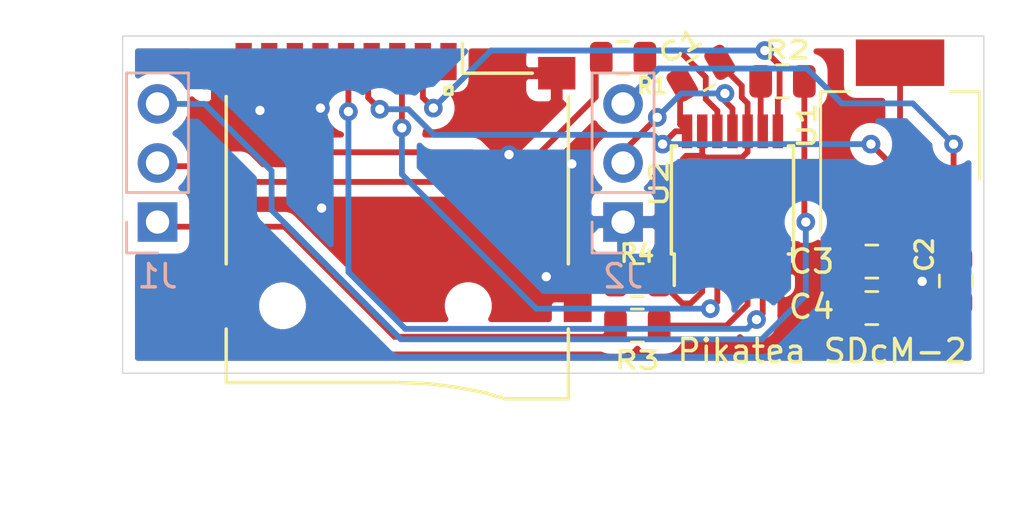
<source format=kicad_pcb>
(kicad_pcb (version 20171130) (host pcbnew "(5.1.6)-1")

  (general
    (thickness 1.6)
    (drawings 13)
    (tracks 174)
    (zones 0)
    (modules 13)
    (nets 19)
  )

  (page A4)
  (layers
    (0 F.Cu signal)
    (31 B.Cu signal)
    (32 B.Adhes user)
    (33 F.Adhes user)
    (34 B.Paste user)
    (35 F.Paste user)
    (36 B.SilkS user)
    (37 F.SilkS user)
    (38 B.Mask user)
    (39 F.Mask user)
    (40 Dwgs.User user)
    (41 Cmts.User user)
    (42 Eco1.User user)
    (43 Eco2.User user)
    (44 Edge.Cuts user)
    (45 Margin user)
    (46 B.CrtYd user)
    (47 F.CrtYd user)
    (48 B.Fab user)
    (49 F.Fab user)
  )

  (setup
    (last_trace_width 0.25)
    (trace_clearance 0.2)
    (zone_clearance 0.508)
    (zone_45_only no)
    (trace_min 0.2)
    (via_size 0.8)
    (via_drill 0.4)
    (via_min_size 0.4)
    (via_min_drill 0.3)
    (uvia_size 0.3)
    (uvia_drill 0.1)
    (uvias_allowed no)
    (uvia_min_size 0.2)
    (uvia_min_drill 0.1)
    (edge_width 0.05)
    (segment_width 0.2)
    (pcb_text_width 0.3)
    (pcb_text_size 1.5 1.5)
    (mod_edge_width 0.12)
    (mod_text_size 1 1)
    (mod_text_width 0.15)
    (pad_size 1.524 1.524)
    (pad_drill 0.762)
    (pad_to_mask_clearance 0.05)
    (aux_axis_origin 0 0)
    (visible_elements 7FFFFFFF)
    (pcbplotparams
      (layerselection 0x010fc_ffffffff)
      (usegerberextensions false)
      (usegerberattributes true)
      (usegerberadvancedattributes true)
      (creategerberjobfile true)
      (excludeedgelayer true)
      (linewidth 0.100000)
      (plotframeref false)
      (viasonmask false)
      (mode 1)
      (useauxorigin false)
      (hpglpennumber 1)
      (hpglpenspeed 20)
      (hpglpendiameter 15.000000)
      (psnegative false)
      (psa4output false)
      (plotreference true)
      (plotvalue true)
      (plotinvisibletext false)
      (padsonsilk false)
      (subtractmaskfromsilk false)
      (outputformat 1)
      (mirror false)
      (drillshape 0)
      (scaleselection 1)
      (outputdirectory "Gerbers"))
  )

  (net 0 "")
  (net 1 GND)
  (net 2 3.3v)
  (net 3 5v)
  (net 4 "Net-(R1-Pad2)")
  (net 5 "Net-(R1-Pad1)")
  (net 6 CS)
  (net 7 "Net-(R2-Pad1)")
  (net 8 SCK)
  (net 9 "Net-(R3-Pad1)")
  (net 10 MOSI)
  (net 11 "Net-(R4-Pad1)")
  (net 12 "Net-(U2-Pad3)")
  (net 13 "Net-(U2-Pad8)")
  (net 14 "Net-(XS1-Pad1)")
  (net 15 "Net-(U2-Pad6)")
  (net 16 "Net-(XS1-Pad8)")
  (net 17 "Net-(XS1-Pad9)")
  (net 18 MISO)

  (net_class Default "This is the default net class."
    (clearance 0.2)
    (trace_width 0.25)
    (via_dia 0.8)
    (via_drill 0.4)
    (uvia_dia 0.3)
    (uvia_drill 0.1)
    (add_net 3.3v)
    (add_net 5v)
    (add_net CS)
    (add_net GND)
    (add_net MISO)
    (add_net MOSI)
    (add_net "Net-(R1-Pad1)")
    (add_net "Net-(R1-Pad2)")
    (add_net "Net-(R2-Pad1)")
    (add_net "Net-(R3-Pad1)")
    (add_net "Net-(R4-Pad1)")
    (add_net "Net-(U2-Pad3)")
    (add_net "Net-(U2-Pad6)")
    (add_net "Net-(U2-Pad8)")
    (add_net "Net-(XS1-Pad1)")
    (add_net "Net-(XS1-Pad8)")
    (add_net "Net-(XS1-Pad9)")
    (add_net SCK)
  )

  (module Resistor_SMD:R_0805_2012Metric (layer F.Cu) (tedit 5B36C52B) (tstamp 601CD728)
    (at 217.35 75.45)
    (descr "Resistor SMD 0805 (2012 Metric), square (rectangular) end terminal, IPC_7351 nominal, (Body size source: https://docs.google.com/spreadsheets/d/1BsfQQcO9C6DZCsRaXUlFlo91Tg2WpOkGARC1WS5S8t0/edit?usp=sharing), generated with kicad-footprint-generator")
    (tags resistor)
    (path /601CF92F)
    (attr smd)
    (fp_text reference R2 (at 0.2 -1.35) (layer F.SilkS)
      (effects (font (size 0.75 1) (thickness 0.15)))
    )
    (fp_text value 3.3K (at 0 1.65) (layer F.Fab)
      (effects (font (size 1 1) (thickness 0.15)))
    )
    (fp_line (start 1.68 0.95) (end -1.68 0.95) (layer F.CrtYd) (width 0.05))
    (fp_line (start 1.68 -0.95) (end 1.68 0.95) (layer F.CrtYd) (width 0.05))
    (fp_line (start -1.68 -0.95) (end 1.68 -0.95) (layer F.CrtYd) (width 0.05))
    (fp_line (start -1.68 0.95) (end -1.68 -0.95) (layer F.CrtYd) (width 0.05))
    (fp_line (start -0.258578 0.71) (end 0.258578 0.71) (layer F.SilkS) (width 0.12))
    (fp_line (start -0.258578 -0.71) (end 0.258578 -0.71) (layer F.SilkS) (width 0.12))
    (fp_line (start 1 0.6) (end -1 0.6) (layer F.Fab) (width 0.1))
    (fp_line (start 1 -0.6) (end 1 0.6) (layer F.Fab) (width 0.1))
    (fp_line (start -1 -0.6) (end 1 -0.6) (layer F.Fab) (width 0.1))
    (fp_line (start -1 0.6) (end -1 -0.6) (layer F.Fab) (width 0.1))
    (fp_text user %R (at 0 0) (layer F.Fab)
      (effects (font (size 0.5 0.5) (thickness 0.08)))
    )
    (pad 2 smd roundrect (at 0.9375 0) (size 0.975 1.4) (layers F.Cu F.Paste F.Mask) (roundrect_rratio 0.25)
      (net 6 CS))
    (pad 1 smd roundrect (at -0.9375 0) (size 0.975 1.4) (layers F.Cu F.Paste F.Mask) (roundrect_rratio 0.25)
      (net 7 "Net-(R2-Pad1)"))
    (model ${KISYS3DMOD}/Resistor_SMD.3dshapes/R_0805_2012Metric.wrl
      (at (xyz 0 0 0))
      (scale (xyz 1 1 1))
      (rotate (xyz 0 0 0))
    )
  )

  (module Resistor_SMD:R_0805_2012Metric (layer F.Cu) (tedit 5B36C52B) (tstamp 601CD779)
    (at 210.5 74.45 180)
    (descr "Resistor SMD 0805 (2012 Metric), square (rectangular) end terminal, IPC_7351 nominal, (Body size source: https://docs.google.com/spreadsheets/d/1BsfQQcO9C6DZCsRaXUlFlo91Tg2WpOkGARC1WS5S8t0/edit?usp=sharing), generated with kicad-footprint-generator")
    (tags resistor)
    (path /601D06D1)
    (attr smd)
    (fp_text reference R1 (at -1.25 -1.2) (layer F.SilkS)
      (effects (font (size 0.65 0.65) (thickness 0.15)))
    )
    (fp_text value 3.3K (at 0 1.65) (layer F.Fab)
      (effects (font (size 1 1) (thickness 0.15)))
    )
    (fp_line (start 1.68 0.95) (end -1.68 0.95) (layer F.CrtYd) (width 0.05))
    (fp_line (start 1.68 -0.95) (end 1.68 0.95) (layer F.CrtYd) (width 0.05))
    (fp_line (start -1.68 -0.95) (end 1.68 -0.95) (layer F.CrtYd) (width 0.05))
    (fp_line (start -1.68 0.95) (end -1.68 -0.95) (layer F.CrtYd) (width 0.05))
    (fp_line (start -0.258578 0.71) (end 0.258578 0.71) (layer F.SilkS) (width 0.12))
    (fp_line (start -0.258578 -0.71) (end 0.258578 -0.71) (layer F.SilkS) (width 0.12))
    (fp_line (start 1 0.6) (end -1 0.6) (layer F.Fab) (width 0.1))
    (fp_line (start 1 -0.6) (end 1 0.6) (layer F.Fab) (width 0.1))
    (fp_line (start -1 -0.6) (end 1 -0.6) (layer F.Fab) (width 0.1))
    (fp_line (start -1 0.6) (end -1 -0.6) (layer F.Fab) (width 0.1))
    (fp_text user %R (at 0 0) (layer F.Fab)
      (effects (font (size 0.5 0.5) (thickness 0.08)))
    )
    (pad 2 smd roundrect (at 0.9375 0 180) (size 0.975 1.4) (layers F.Cu F.Paste F.Mask) (roundrect_rratio 0.25)
      (net 4 "Net-(R1-Pad2)"))
    (pad 1 smd roundrect (at -0.9375 0 180) (size 0.975 1.4) (layers F.Cu F.Paste F.Mask) (roundrect_rratio 0.25)
      (net 5 "Net-(R1-Pad1)"))
    (model ${KISYS3DMOD}/Resistor_SMD.3dshapes/R_0805_2012Metric.wrl
      (at (xyz 0 0 0))
      (scale (xyz 1 1 1))
      (rotate (xyz 0 0 0))
    )
  )

  (module Resistor_SMD:R_0805_2012Metric (layer F.Cu) (tedit 5B36C52B) (tstamp 601CCCF1)
    (at 211.1125 84 180)
    (descr "Resistor SMD 0805 (2012 Metric), square (rectangular) end terminal, IPC_7351 nominal, (Body size source: https://docs.google.com/spreadsheets/d/1BsfQQcO9C6DZCsRaXUlFlo91Tg2WpOkGARC1WS5S8t0/edit?usp=sharing), generated with kicad-footprint-generator")
    (tags resistor)
    (path /601CED53)
    (attr smd)
    (fp_text reference R4 (at 0.0125 1.15) (layer F.SilkS)
      (effects (font (size 0.75 0.75) (thickness 0.15)))
    )
    (fp_text value 3.3K (at 0 1.65) (layer F.Fab)
      (effects (font (size 1 1) (thickness 0.15)))
    )
    (fp_line (start 1.68 0.95) (end -1.68 0.95) (layer F.CrtYd) (width 0.05))
    (fp_line (start 1.68 -0.95) (end 1.68 0.95) (layer F.CrtYd) (width 0.05))
    (fp_line (start -1.68 -0.95) (end 1.68 -0.95) (layer F.CrtYd) (width 0.05))
    (fp_line (start -1.68 0.95) (end -1.68 -0.95) (layer F.CrtYd) (width 0.05))
    (fp_line (start -0.258578 0.71) (end 0.258578 0.71) (layer F.SilkS) (width 0.12))
    (fp_line (start -0.258578 -0.71) (end 0.258578 -0.71) (layer F.SilkS) (width 0.12))
    (fp_line (start 1 0.6) (end -1 0.6) (layer F.Fab) (width 0.1))
    (fp_line (start 1 -0.6) (end 1 0.6) (layer F.Fab) (width 0.1))
    (fp_line (start -1 -0.6) (end 1 -0.6) (layer F.Fab) (width 0.1))
    (fp_line (start -1 0.6) (end -1 -0.6) (layer F.Fab) (width 0.1))
    (fp_text user %R (at 0 0) (layer F.Fab)
      (effects (font (size 0.5 0.5) (thickness 0.08)))
    )
    (pad 2 smd roundrect (at 0.9375 0 180) (size 0.975 1.4) (layers F.Cu F.Paste F.Mask) (roundrect_rratio 0.25)
      (net 10 MOSI))
    (pad 1 smd roundrect (at -0.9375 0 180) (size 0.975 1.4) (layers F.Cu F.Paste F.Mask) (roundrect_rratio 0.25)
      (net 11 "Net-(R4-Pad1)"))
    (model ${KISYS3DMOD}/Resistor_SMD.3dshapes/R_0805_2012Metric.wrl
      (at (xyz 0 0 0))
      (scale (xyz 1 1 1))
      (rotate (xyz 0 0 0))
    )
  )

  (module Resistor_SMD:R_0805_2012Metric (layer F.Cu) (tedit 5B36C52B) (tstamp 601C87D5)
    (at 211.1125 85.95 180)
    (descr "Resistor SMD 0805 (2012 Metric), square (rectangular) end terminal, IPC_7351 nominal, (Body size source: https://docs.google.com/spreadsheets/d/1BsfQQcO9C6DZCsRaXUlFlo91Tg2WpOkGARC1WS5S8t0/edit?usp=sharing), generated with kicad-footprint-generator")
    (tags resistor)
    (path /601CF411)
    (attr smd)
    (fp_text reference R3 (at 0 -1.5) (layer F.SilkS)
      (effects (font (size 0.75 1) (thickness 0.15)))
    )
    (fp_text value 3.3K (at 0 1.65) (layer F.Fab)
      (effects (font (size 1 1) (thickness 0.15)))
    )
    (fp_line (start 1.68 0.95) (end -1.68 0.95) (layer F.CrtYd) (width 0.05))
    (fp_line (start 1.68 -0.95) (end 1.68 0.95) (layer F.CrtYd) (width 0.05))
    (fp_line (start -1.68 -0.95) (end 1.68 -0.95) (layer F.CrtYd) (width 0.05))
    (fp_line (start -1.68 0.95) (end -1.68 -0.95) (layer F.CrtYd) (width 0.05))
    (fp_line (start -0.258578 0.71) (end 0.258578 0.71) (layer F.SilkS) (width 0.12))
    (fp_line (start -0.258578 -0.71) (end 0.258578 -0.71) (layer F.SilkS) (width 0.12))
    (fp_line (start 1 0.6) (end -1 0.6) (layer F.Fab) (width 0.1))
    (fp_line (start 1 -0.6) (end 1 0.6) (layer F.Fab) (width 0.1))
    (fp_line (start -1 -0.6) (end 1 -0.6) (layer F.Fab) (width 0.1))
    (fp_line (start -1 0.6) (end -1 -0.6) (layer F.Fab) (width 0.1))
    (fp_text user %R (at 0 0) (layer F.Fab)
      (effects (font (size 0.5 0.5) (thickness 0.08)))
    )
    (pad 2 smd roundrect (at 0.9375 0 180) (size 0.975 1.4) (layers F.Cu F.Paste F.Mask) (roundrect_rratio 0.25)
      (net 8 SCK))
    (pad 1 smd roundrect (at -0.9375 0 180) (size 0.975 1.4) (layers F.Cu F.Paste F.Mask) (roundrect_rratio 0.25)
      (net 9 "Net-(R3-Pad1)"))
    (model ${KISYS3DMOD}/Resistor_SMD.3dshapes/R_0805_2012Metric.wrl
      (at (xyz 0 0 0))
      (scale (xyz 1 1 1))
      (rotate (xyz 0 0 0))
    )
  )

  (module Capacitor_SMD:C_0805_2012Metric (layer F.Cu) (tedit 5B36C52B) (tstamp 601C9F39)
    (at 221.1875 85.2 180)
    (descr "Capacitor SMD 0805 (2012 Metric), square (rectangular) end terminal, IPC_7351 nominal, (Body size source: https://docs.google.com/spreadsheets/d/1BsfQQcO9C6DZCsRaXUlFlo91Tg2WpOkGARC1WS5S8t0/edit?usp=sharing), generated with kicad-footprint-generator")
    (tags capacitor)
    (path /601DEFEB)
    (attr smd)
    (fp_text reference C4 (at 2.5875 0.05) (layer F.SilkS)
      (effects (font (size 1 1) (thickness 0.15)))
    )
    (fp_text value 100nF (at 0 1.65) (layer F.Fab)
      (effects (font (size 1 1) (thickness 0.15)))
    )
    (fp_line (start 1.68 0.95) (end -1.68 0.95) (layer F.CrtYd) (width 0.05))
    (fp_line (start 1.68 -0.95) (end 1.68 0.95) (layer F.CrtYd) (width 0.05))
    (fp_line (start -1.68 -0.95) (end 1.68 -0.95) (layer F.CrtYd) (width 0.05))
    (fp_line (start -1.68 0.95) (end -1.68 -0.95) (layer F.CrtYd) (width 0.05))
    (fp_line (start -0.258578 0.71) (end 0.258578 0.71) (layer F.SilkS) (width 0.12))
    (fp_line (start -0.258578 -0.71) (end 0.258578 -0.71) (layer F.SilkS) (width 0.12))
    (fp_line (start 1 0.6) (end -1 0.6) (layer F.Fab) (width 0.1))
    (fp_line (start 1 -0.6) (end 1 0.6) (layer F.Fab) (width 0.1))
    (fp_line (start -1 -0.6) (end 1 -0.6) (layer F.Fab) (width 0.1))
    (fp_line (start -1 0.6) (end -1 -0.6) (layer F.Fab) (width 0.1))
    (fp_text user %R (at 0 0) (layer F.Fab)
      (effects (font (size 0.5 0.5) (thickness 0.08)))
    )
    (pad 2 smd roundrect (at 0.9375 0 180) (size 0.975 1.4) (layers F.Cu F.Paste F.Mask) (roundrect_rratio 0.25)
      (net 1 GND))
    (pad 1 smd roundrect (at -0.9375 0 180) (size 0.975 1.4) (layers F.Cu F.Paste F.Mask) (roundrect_rratio 0.25)
      (net 2 3.3v))
    (model ${KISYS3DMOD}/Capacitor_SMD.3dshapes/C_0805_2012Metric.wrl
      (at (xyz 0 0 0))
      (scale (xyz 1 1 1))
      (rotate (xyz 0 0 0))
    )
  )

  (module Capacitor_SMD:C_0805_2012Metric (layer F.Cu) (tedit 5B36C52B) (tstamp 601CBD1A)
    (at 221.1875 83.2 180)
    (descr "Capacitor SMD 0805 (2012 Metric), square (rectangular) end terminal, IPC_7351 nominal, (Body size source: https://docs.google.com/spreadsheets/d/1BsfQQcO9C6DZCsRaXUlFlo91Tg2WpOkGARC1WS5S8t0/edit?usp=sharing), generated with kicad-footprint-generator")
    (tags capacitor)
    (path /601DE960)
    (attr smd)
    (fp_text reference C3 (at 2.5875 0) (layer F.SilkS)
      (effects (font (size 1 1) (thickness 0.15)))
    )
    (fp_text value 10uF (at 0 1.65) (layer F.Fab)
      (effects (font (size 1 1) (thickness 0.15)))
    )
    (fp_line (start 1.68 0.95) (end -1.68 0.95) (layer F.CrtYd) (width 0.05))
    (fp_line (start 1.68 -0.95) (end 1.68 0.95) (layer F.CrtYd) (width 0.05))
    (fp_line (start -1.68 -0.95) (end 1.68 -0.95) (layer F.CrtYd) (width 0.05))
    (fp_line (start -1.68 0.95) (end -1.68 -0.95) (layer F.CrtYd) (width 0.05))
    (fp_line (start -0.258578 0.71) (end 0.258578 0.71) (layer F.SilkS) (width 0.12))
    (fp_line (start -0.258578 -0.71) (end 0.258578 -0.71) (layer F.SilkS) (width 0.12))
    (fp_line (start 1 0.6) (end -1 0.6) (layer F.Fab) (width 0.1))
    (fp_line (start 1 -0.6) (end 1 0.6) (layer F.Fab) (width 0.1))
    (fp_line (start -1 -0.6) (end 1 -0.6) (layer F.Fab) (width 0.1))
    (fp_line (start -1 0.6) (end -1 -0.6) (layer F.Fab) (width 0.1))
    (fp_text user %R (at 0 0) (layer F.Fab)
      (effects (font (size 0.5 0.5) (thickness 0.08)))
    )
    (pad 2 smd roundrect (at 0.9375 0 180) (size 0.975 1.4) (layers F.Cu F.Paste F.Mask) (roundrect_rratio 0.25)
      (net 1 GND))
    (pad 1 smd roundrect (at -0.9375 0 180) (size 0.975 1.4) (layers F.Cu F.Paste F.Mask) (roundrect_rratio 0.25)
      (net 2 3.3v))
    (model ${KISYS3DMOD}/Capacitor_SMD.3dshapes/C_0805_2012Metric.wrl
      (at (xyz 0 0 0))
      (scale (xyz 1 1 1))
      (rotate (xyz 0 0 0))
    )
  )

  (module Capacitor_SMD:C_0805_2012Metric (layer F.Cu) (tedit 5B36C52B) (tstamp 601C878A)
    (at 224.8 84.0375 270)
    (descr "Capacitor SMD 0805 (2012 Metric), square (rectangular) end terminal, IPC_7351 nominal, (Body size source: https://docs.google.com/spreadsheets/d/1BsfQQcO9C6DZCsRaXUlFlo91Tg2WpOkGARC1WS5S8t0/edit?usp=sharing), generated with kicad-footprint-generator")
    (tags capacitor)
    (path /601DF35F)
    (attr smd)
    (fp_text reference C2 (at -1.1375 1.35 270) (layer F.SilkS)
      (effects (font (size 0.75 0.75) (thickness 0.15)))
    )
    (fp_text value 100nF (at 0 1.65 90) (layer F.Fab)
      (effects (font (size 1 1) (thickness 0.15)))
    )
    (fp_line (start 1.68 0.95) (end -1.68 0.95) (layer F.CrtYd) (width 0.05))
    (fp_line (start 1.68 -0.95) (end 1.68 0.95) (layer F.CrtYd) (width 0.05))
    (fp_line (start -1.68 -0.95) (end 1.68 -0.95) (layer F.CrtYd) (width 0.05))
    (fp_line (start -1.68 0.95) (end -1.68 -0.95) (layer F.CrtYd) (width 0.05))
    (fp_line (start -0.258578 0.71) (end 0.258578 0.71) (layer F.SilkS) (width 0.12))
    (fp_line (start -0.258578 -0.71) (end 0.258578 -0.71) (layer F.SilkS) (width 0.12))
    (fp_line (start 1 0.6) (end -1 0.6) (layer F.Fab) (width 0.1))
    (fp_line (start 1 -0.6) (end 1 0.6) (layer F.Fab) (width 0.1))
    (fp_line (start -1 -0.6) (end 1 -0.6) (layer F.Fab) (width 0.1))
    (fp_line (start -1 0.6) (end -1 -0.6) (layer F.Fab) (width 0.1))
    (fp_text user %R (at 0 0 90) (layer F.Fab)
      (effects (font (size 0.5 0.5) (thickness 0.08)))
    )
    (pad 2 smd roundrect (at 0.9375 0 270) (size 0.975 1.4) (layers F.Cu F.Paste F.Mask) (roundrect_rratio 0.25)
      (net 1 GND))
    (pad 1 smd roundrect (at -0.9375 0 270) (size 0.975 1.4) (layers F.Cu F.Paste F.Mask) (roundrect_rratio 0.25)
      (net 3 5v))
    (model ${KISYS3DMOD}/Capacitor_SMD.3dshapes/C_0805_2012Metric.wrl
      (at (xyz 0 0 0))
      (scale (xyz 1 1 1))
      (rotate (xyz 0 0 0))
    )
  )

  (module Capacitor_SMD:C_0805_2012Metric (layer F.Cu) (tedit 5B36C52B) (tstamp 605CE783)
    (at 213.8575 75.1 30)
    (descr "Capacitor SMD 0805 (2012 Metric), square (rectangular) end terminal, IPC_7351 nominal, (Body size source: https://docs.google.com/spreadsheets/d/1BsfQQcO9C6DZCsRaXUlFlo91Tg2WpOkGARC1WS5S8t0/edit?usp=sharing), generated with kicad-footprint-generator")
    (tags capacitor)
    (path /601CB6C3)
    (attr smd)
    (fp_text reference C1 (at -0.1875 -1.45 30) (layer F.SilkS)
      (effects (font (size 0.75 1) (thickness 0.15)))
    )
    (fp_text value 100nF (at 0 1.65 30) (layer F.Fab)
      (effects (font (size 1 1) (thickness 0.15)))
    )
    (fp_line (start 1.68 0.95) (end -1.68 0.95) (layer F.CrtYd) (width 0.05))
    (fp_line (start 1.68 -0.95) (end 1.68 0.95) (layer F.CrtYd) (width 0.05))
    (fp_line (start -1.68 -0.95) (end 1.68 -0.95) (layer F.CrtYd) (width 0.05))
    (fp_line (start -1.68 0.95) (end -1.68 -0.95) (layer F.CrtYd) (width 0.05))
    (fp_line (start -0.258578 0.71) (end 0.258578 0.71) (layer F.SilkS) (width 0.12))
    (fp_line (start -0.258578 -0.71) (end 0.258578 -0.71) (layer F.SilkS) (width 0.12))
    (fp_line (start 1 0.6) (end -1 0.6) (layer F.Fab) (width 0.1))
    (fp_line (start 1 -0.6) (end 1 0.6) (layer F.Fab) (width 0.1))
    (fp_line (start -1 -0.6) (end 1 -0.6) (layer F.Fab) (width 0.1))
    (fp_line (start -1 0.6) (end -1 -0.6) (layer F.Fab) (width 0.1))
    (fp_text user %R (at 0 0 30) (layer F.Fab)
      (effects (font (size 0.5 0.5) (thickness 0.08)))
    )
    (pad 2 smd roundrect (at 0.9375 0 30) (size 0.975 1.4) (layers F.Cu F.Paste F.Mask) (roundrect_rratio 0.25)
      (net 1 GND))
    (pad 1 smd roundrect (at -0.9375 0 30) (size 0.975 1.4) (layers F.Cu F.Paste F.Mask) (roundrect_rratio 0.25)
      (net 2 3.3v))
    (model ${KISYS3DMOD}/Capacitor_SMD.3dshapes/C_0805_2012Metric.wrl
      (at (xyz 0 0 0))
      (scale (xyz 1 1 1))
      (rotate (xyz 0 0 0))
    )
  )

  (module Connector_PinHeader_2.54mm:PinHeader_1x03_P2.54mm_Vertical (layer B.Cu) (tedit 59FED5CC) (tstamp 601CA66F)
    (at 210.5 81.5)
    (descr "Through hole straight pin header, 1x03, 2.54mm pitch, single row")
    (tags "Through hole pin header THT 1x03 2.54mm single row")
    (path /601C7735)
    (fp_text reference J2 (at 0 2.33) (layer B.SilkS)
      (effects (font (size 1 1) (thickness 0.15)) (justify mirror))
    )
    (fp_text value Conn_01x03_Male (at 0 -7.41) (layer B.Fab)
      (effects (font (size 1 1) (thickness 0.15)) (justify mirror))
    )
    (fp_line (start 1.8 1.8) (end -1.8 1.8) (layer B.CrtYd) (width 0.05))
    (fp_line (start 1.8 -6.85) (end 1.8 1.8) (layer B.CrtYd) (width 0.05))
    (fp_line (start -1.8 -6.85) (end 1.8 -6.85) (layer B.CrtYd) (width 0.05))
    (fp_line (start -1.8 1.8) (end -1.8 -6.85) (layer B.CrtYd) (width 0.05))
    (fp_line (start -1.33 1.33) (end 0 1.33) (layer B.SilkS) (width 0.12))
    (fp_line (start -1.33 0) (end -1.33 1.33) (layer B.SilkS) (width 0.12))
    (fp_line (start -1.33 -1.27) (end 1.33 -1.27) (layer B.SilkS) (width 0.12))
    (fp_line (start 1.33 -1.27) (end 1.33 -6.41) (layer B.SilkS) (width 0.12))
    (fp_line (start -1.33 -1.27) (end -1.33 -6.41) (layer B.SilkS) (width 0.12))
    (fp_line (start -1.33 -6.41) (end 1.33 -6.41) (layer B.SilkS) (width 0.12))
    (fp_line (start -1.27 0.635) (end -0.635 1.27) (layer B.Fab) (width 0.1))
    (fp_line (start -1.27 -6.35) (end -1.27 0.635) (layer B.Fab) (width 0.1))
    (fp_line (start 1.27 -6.35) (end -1.27 -6.35) (layer B.Fab) (width 0.1))
    (fp_line (start 1.27 1.27) (end 1.27 -6.35) (layer B.Fab) (width 0.1))
    (fp_line (start -0.635 1.27) (end 1.27 1.27) (layer B.Fab) (width 0.1))
    (fp_text user %R (at 0 -2.54 -90) (layer B.Fab)
      (effects (font (size 1 1) (thickness 0.15)) (justify mirror))
    )
    (pad 3 thru_hole oval (at 0 -5.08) (size 1.7 1.7) (drill 1) (layers *.Cu *.Mask)
      (net 3 5v))
    (pad 2 thru_hole oval (at 0 -2.54) (size 1.7 1.7) (drill 1) (layers *.Cu *.Mask)
      (net 18 MISO))
    (pad 1 thru_hole rect (at 0 0) (size 1.7 1.7) (drill 1) (layers *.Cu *.Mask)
      (net 1 GND))
    (model ${KISYS3DMOD}/Connector_PinHeader_2.54mm.3dshapes/PinHeader_1x03_P2.54mm_Vertical.wrl
      (at (xyz 0 0 0))
      (scale (xyz 1 1 1))
      (rotate (xyz 0 0 0))
    )
  )

  (module Connector_PinHeader_2.54mm:PinHeader_1x03_P2.54mm_Vertical (layer B.Cu) (tedit 59FED5CC) (tstamp 601C9564)
    (at 190.5 81.5)
    (descr "Through hole straight pin header, 1x03, 2.54mm pitch, single row")
    (tags "Through hole pin header THT 1x03 2.54mm single row")
    (path /601C7107)
    (fp_text reference J1 (at 0 2.33) (layer B.SilkS)
      (effects (font (size 1 1) (thickness 0.15)) (justify mirror))
    )
    (fp_text value Conn_01x03_Male (at 0 -7.41) (layer B.Fab)
      (effects (font (size 1 1) (thickness 0.15)) (justify mirror))
    )
    (fp_line (start 1.8 1.8) (end -1.8 1.8) (layer B.CrtYd) (width 0.05))
    (fp_line (start 1.8 -6.85) (end 1.8 1.8) (layer B.CrtYd) (width 0.05))
    (fp_line (start -1.8 -6.85) (end 1.8 -6.85) (layer B.CrtYd) (width 0.05))
    (fp_line (start -1.8 1.8) (end -1.8 -6.85) (layer B.CrtYd) (width 0.05))
    (fp_line (start -1.33 1.33) (end 0 1.33) (layer B.SilkS) (width 0.12))
    (fp_line (start -1.33 0) (end -1.33 1.33) (layer B.SilkS) (width 0.12))
    (fp_line (start -1.33 -1.27) (end 1.33 -1.27) (layer B.SilkS) (width 0.12))
    (fp_line (start 1.33 -1.27) (end 1.33 -6.41) (layer B.SilkS) (width 0.12))
    (fp_line (start -1.33 -1.27) (end -1.33 -6.41) (layer B.SilkS) (width 0.12))
    (fp_line (start -1.33 -6.41) (end 1.33 -6.41) (layer B.SilkS) (width 0.12))
    (fp_line (start -1.27 0.635) (end -0.635 1.27) (layer B.Fab) (width 0.1))
    (fp_line (start -1.27 -6.35) (end -1.27 0.635) (layer B.Fab) (width 0.1))
    (fp_line (start 1.27 -6.35) (end -1.27 -6.35) (layer B.Fab) (width 0.1))
    (fp_line (start 1.27 1.27) (end 1.27 -6.35) (layer B.Fab) (width 0.1))
    (fp_line (start -0.635 1.27) (end 1.27 1.27) (layer B.Fab) (width 0.1))
    (fp_text user %R (at 0 -2.54 -90) (layer B.Fab)
      (effects (font (size 1 1) (thickness 0.15)) (justify mirror))
    )
    (pad 3 thru_hole oval (at 0 -5.08) (size 1.7 1.7) (drill 1) (layers *.Cu *.Mask)
      (net 6 CS))
    (pad 2 thru_hole oval (at 0 -2.54) (size 1.7 1.7) (drill 1) (layers *.Cu *.Mask)
      (net 10 MOSI))
    (pad 1 thru_hole rect (at 0 0) (size 1.7 1.7) (drill 1) (layers *.Cu *.Mask)
      (net 8 SCK))
    (model ${KISYS3DMOD}/Connector_PinHeader_2.54mm.3dshapes/PinHeader_1x03_P2.54mm_Vertical.wrl
      (at (xyz 0 0 0))
      (scale (xyz 1 1 1))
      (rotate (xyz 0 0 0))
    )
  )

  (module Package_SO:TSSOP-14-1EP_4.4x5mm_P0.65mm (layer F.Cu) (tedit 5A02F25C) (tstamp 601CE9AE)
    (at 215.2 80.55 90)
    (descr "14-Lead Plastic Thin Shrink Small Outline (ST)-4.4 mm Body [TSSOP] with exposed pad (http://cds.linear.com/docs/en/datasheet/34301fa.pdf)")
    (tags "SSOP 0.65 exposed pad")
    (path /601C3106)
    (attr smd)
    (fp_text reference U2 (at 0.7 -3.15 90) (layer F.SilkS)
      (effects (font (size 0.75 1) (thickness 0.15)))
    )
    (fp_text value 74LVC125APW,118 (at 0 3.55 90) (layer F.Fab)
      (effects (font (size 1 1) (thickness 0.15)))
    )
    (fp_line (start -2.325 -2.5) (end -3.675 -2.5) (layer F.SilkS) (width 0.15))
    (fp_line (start -2.325 2.625) (end 2.325 2.625) (layer F.SilkS) (width 0.15))
    (fp_line (start -2.325 -2.625) (end 2.325 -2.625) (layer F.SilkS) (width 0.15))
    (fp_line (start -2.325 2.625) (end -2.325 2.4) (layer F.SilkS) (width 0.15))
    (fp_line (start 2.325 2.625) (end 2.325 2.4) (layer F.SilkS) (width 0.15))
    (fp_line (start 2.325 -2.625) (end 2.325 -2.4) (layer F.SilkS) (width 0.15))
    (fp_line (start -2.325 -2.625) (end -2.325 -2.5) (layer F.SilkS) (width 0.15))
    (fp_line (start -3.95 2.8) (end 3.95 2.8) (layer F.CrtYd) (width 0.05))
    (fp_line (start -3.95 -2.8) (end 3.95 -2.8) (layer F.CrtYd) (width 0.05))
    (fp_line (start 3.95 -2.8) (end 3.95 2.8) (layer F.CrtYd) (width 0.05))
    (fp_line (start -3.95 -2.8) (end -3.95 2.8) (layer F.CrtYd) (width 0.05))
    (fp_line (start -2.2 -1.5) (end -1.2 -2.5) (layer F.Fab) (width 0.15))
    (fp_line (start -2.2 2.5) (end -2.2 -1.5) (layer F.Fab) (width 0.15))
    (fp_line (start 2.2 2.5) (end -2.2 2.5) (layer F.Fab) (width 0.15))
    (fp_line (start 2.2 -2.5) (end 2.2 2.5) (layer F.Fab) (width 0.15))
    (fp_line (start -1.2 -2.5) (end 2.2 -2.5) (layer F.Fab) (width 0.15))
    (fp_text user %R (at -0.1 0 90) (layer F.Fab)
      (effects (font (size 0.8 0.8) (thickness 0.15)))
    )
    (pad 15 smd rect (at -0.75 -0.9 90) (size 1.5 1.8) (layers F.Cu F.Paste F.Mask)
      (solder_paste_margin -0.2))
    (pad 14 smd rect (at 2.95 -1.95 90) (size 1.45 0.45) (layers F.Cu F.Paste F.Mask)
      (net 2 3.3v))
    (pad 13 smd rect (at 2.95 -1.3 90) (size 1.45 0.45) (layers F.Cu F.Paste F.Mask)
      (net 1 GND))
    (pad 12 smd rect (at 2.95 -0.65 90) (size 1.45 0.45) (layers F.Cu F.Paste F.Mask)
      (net 5 "Net-(R1-Pad1)"))
    (pad 11 smd rect (at 2.95 0 90) (size 1.45 0.45) (layers F.Cu F.Paste F.Mask)
      (net 18 MISO))
    (pad 10 smd rect (at 2.95 0.65 90) (size 1.45 0.45) (layers F.Cu F.Paste F.Mask)
      (net 1 GND))
    (pad 9 smd rect (at 2.95 1.3 90) (size 1.45 0.45) (layers F.Cu F.Paste F.Mask)
      (net 7 "Net-(R2-Pad1)"))
    (pad 8 smd rect (at 2.95 1.95 90) (size 1.45 0.45) (layers F.Cu F.Paste F.Mask)
      (net 13 "Net-(U2-Pad8)"))
    (pad 7 smd rect (at -2.95 1.95 90) (size 1.45 0.45) (layers F.Cu F.Paste F.Mask)
      (net 1 GND))
    (pad 6 smd rect (at -2.95 1.3 90) (size 1.45 0.45) (layers F.Cu F.Paste F.Mask)
      (net 15 "Net-(U2-Pad6)"))
    (pad 5 smd rect (at -2.95 0.65 90) (size 1.45 0.45) (layers F.Cu F.Paste F.Mask)
      (net 9 "Net-(R3-Pad1)"))
    (pad 4 smd rect (at -2.95 0 90) (size 1.45 0.45) (layers F.Cu F.Paste F.Mask)
      (net 1 GND))
    (pad 3 smd rect (at -2.95 -0.65 90) (size 1.45 0.45) (layers F.Cu F.Paste F.Mask)
      (net 12 "Net-(U2-Pad3)"))
    (pad 2 smd rect (at -2.95 -1.3 90) (size 1.45 0.45) (layers F.Cu F.Paste F.Mask)
      (net 11 "Net-(R4-Pad1)"))
    (pad 1 smd rect (at -2.95 -1.95 90) (size 1.45 0.45) (layers F.Cu F.Paste F.Mask)
      (net 1 GND))
    (pad 15 smd rect (at 0.75 -0.9 90) (size 1.5 1.8) (layers F.Cu F.Paste F.Mask)
      (solder_paste_margin -0.2))
    (pad 15 smd rect (at 0.75 0.9 90) (size 1.5 1.8) (layers F.Cu F.Paste F.Mask)
      (solder_paste_margin -0.2))
    (pad 15 smd rect (at -0.75 0.9 90) (size 1.5 1.8) (layers F.Cu F.Paste F.Mask)
      (solder_paste_margin -0.2))
    (model ${KISYS3DMOD}/Package_SO.3dshapes/TSSOP-14-1EP_4.4x5mm_P0.65mm.wrl
      (at (xyz 0 0 0))
      (scale (xyz 1 1 1))
      (rotate (xyz 0 0 0))
    )
  )

  (module Sd-Card:Conn_uSDcard (layer F.Cu) (tedit 5718CF45) (tstamp 601C8B2A)
    (at 200.8 85.1)
    (path /601C25A6)
    (fp_text reference XS1 (at 0.55 -0.95 180) (layer F.Fab)
      (effects (font (size 0.6 0.6) (thickness 0.1)))
    )
    (fp_text value SD_ebay-uSD-push_push_SMD (at 0 0 180) (layer F.Fab)
      (effects (font (size 0.6 0.5) (thickness 0.1)))
    )
    (fp_line (start -7.35 -10) (end -7.35 3.3) (layer F.Fab) (width 0.05))
    (fp_line (start 7.35 -10) (end 7.35 4) (layer F.Fab) (width 0.05))
    (fp_line (start -7.35 -10) (end 7.35 -10) (layer F.Fab) (width 0.05))
    (fp_line (start -7.35 3.3) (end 0 3.3) (layer F.Fab) (width 0.05))
    (fp_line (start 4.65 4) (end 7.35 4) (layer F.Fab) (width 0.05))
    (fp_line (start 4.65 8.6) (end 4.65 4) (layer F.Fab) (width 0.05))
    (fp_line (start -5.85 9.3) (end 3.95 9.3) (layer F.Fab) (width 0.05))
    (fp_line (start -6.55 8.6) (end -6.55 3.3) (layer F.Fab) (width 0.05))
    (fp_line (start 2.8 -10) (end 5.8 -10) (layer F.SilkS) (width 0.15))
    (fp_line (start 3.5 3.7) (end 4.7 4) (layer F.Fab) (width 0.05))
    (fp_line (start 1.7 3.4) (end 3.5 3.7) (layer F.Fab) (width 0.05))
    (fp_line (start 0 3.3) (end 1.7 3.4) (layer F.Fab) (width 0.05))
    (fp_line (start 5 4.5) (end 9 4.5) (layer Cmts.User) (width 0.05))
    (fp_line (start 4 3.5) (end 5 4.5) (layer Cmts.User) (width 0.05))
    (fp_line (start -6 3.5) (end 4 3.5) (layer Cmts.User) (width 0.05))
    (fp_line (start -7 4.5) (end -6 3.5) (layer Cmts.User) (width 0.05))
    (fp_line (start -9 4.5) (end -7 4.5) (layer Cmts.User) (width 0.05))
    (fp_line (start 7.75 1) (end 7.75 4.5) (layer F.CrtYd) (width 0.05))
    (fp_line (start 8.75 1) (end 7.75 1) (layer F.CrtYd) (width 0.05))
    (fp_line (start 8.75 -1.75) (end 8.75 1) (layer F.CrtYd) (width 0.05))
    (fp_line (start 7.75 -1.75) (end 8.75 -1.75) (layer F.CrtYd) (width 0.05))
    (fp_line (start 7.75 -9) (end 7.75 -1.75) (layer F.CrtYd) (width 0.05))
    (fp_line (start 8 -9) (end 7.75 -9) (layer F.CrtYd) (width 0.05))
    (fp_line (start 8 -11) (end 8 -9) (layer F.CrtYd) (width 0.05))
    (fp_line (start 5.75 -11) (end 8 -11) (layer F.CrtYd) (width 0.05))
    (fp_line (start 5.75 -10.25) (end 5.75 -11) (layer F.CrtYd) (width 0.05))
    (fp_line (start 2.75 -10.25) (end 5.75 -10.25) (layer F.CrtYd) (width 0.05))
    (fp_line (start 2.75 -11.5) (end 2.75 -10.25) (layer F.CrtYd) (width 0.05))
    (fp_line (start -7.25 -11.5) (end 2.75 -11.5) (layer F.CrtYd) (width 0.05))
    (fp_line (start -7.25 -11) (end -7.25 -11.5) (layer F.CrtYd) (width 0.05))
    (fp_line (start -8.75 -11) (end -7.25 -11) (layer F.CrtYd) (width 0.05))
    (fp_line (start -8.75 -9) (end -8.75 -11) (layer F.CrtYd) (width 0.05))
    (fp_line (start -7.75 -9) (end -8.75 -9) (layer F.CrtYd) (width 0.05))
    (fp_line (start -7.75 -1.75) (end -7.75 -9) (layer F.CrtYd) (width 0.05))
    (fp_line (start -8.75 -1.75) (end -7.75 -1.75) (layer F.CrtYd) (width 0.05))
    (fp_line (start -8.75 1) (end -8.75 -1.75) (layer F.CrtYd) (width 0.05))
    (fp_line (start -7.75 1) (end -8.75 1) (layer F.CrtYd) (width 0.05))
    (fp_line (start -7.75 4.5) (end -7.75 1) (layer F.CrtYd) (width 0.05))
    (fp_line (start 2.35 -9.1) (end 2.35 -9.4) (layer F.SilkS) (width 0.15))
    (fp_line (start 2.05 -9.1) (end 2.35 -9.1) (layer F.SilkS) (width 0.15))
    (fp_line (start 2.05 -9.4) (end 2.05 -9.1) (layer F.SilkS) (width 0.15))
    (fp_line (start 2.35 -9.4) (end 2.05 -9.4) (layer F.SilkS) (width 0.15))
    (fp_line (start 7.35 -9.5) (end 6.85 -10) (layer F.Fab) (width 0.05))
    (fp_line (start 7.35 -9) (end 7.35 -1.8) (layer F.SilkS) (width 0.15))
    (fp_line (start 7.35 4) (end 7.35 1) (layer F.SilkS) (width 0.15))
    (fp_line (start 4.65 4) (end 7.35 4) (layer F.SilkS) (width 0.15))
    (fp_line (start -7.35 1) (end -7.35 3.3) (layer F.SilkS) (width 0.15))
    (fp_line (start -7.35 -1.8) (end -7.35 -9) (layer F.SilkS) (width 0.15))
    (fp_line (start 2.8 -10) (end 2.8 -11.3) (layer F.SilkS) (width 0.15))
    (fp_line (start 3.6 3.7) (end 4.65 4) (layer F.SilkS) (width 0.15))
    (fp_line (start 2.5 3.5) (end 3.6 3.7) (layer F.SilkS) (width 0.15))
    (fp_line (start 1.35 3.35) (end 2.5 3.5) (layer F.SilkS) (width 0.15))
    (fp_line (start 0 3.3) (end 1.35 3.35) (layer F.SilkS) (width 0.15))
    (fp_line (start -7.35 3.3) (end 0 3.3) (layer F.SilkS) (width 0.15))
    (fp_arc (start 3.95 8.6) (end 4.65 8.6) (angle 90) (layer F.Fab) (width 0.05))
    (fp_arc (start -5.85 8.6) (end -6.55 8.6) (angle -90) (layer F.Fab) (width 0.05))
    (fp_text user %R (at 0.95 -0.1 180) (layer Eco1.User)
      (effects (font (size 0.3 0.3) (thickness 0.03)))
    )
    (pad 3 smd rect (at 0 -10.5) (size 0.7 1.6) (layers F.Cu F.Paste F.Mask)
      (net 12 "Net-(U2-Pad3)"))
    (pad "" np_thru_hole circle (at -4.93 0) (size 1 1) (drill 1) (layers *.Cu))
    (pad "" np_thru_hole circle (at 3.05 0) (size 1 1) (drill 1) (layers *.Cu))
    (pad 2 smd rect (at 1.1 -10.5) (size 0.7 1.6) (layers F.Cu F.Paste F.Mask)
      (net 13 "Net-(U2-Pad8)"))
    (pad 1 smd rect (at 2.2 -10.5) (size 0.7 1.6) (layers F.Cu F.Paste F.Mask)
      (net 14 "Net-(XS1-Pad1)"))
    (pad 4 smd rect (at -1.1 -10.5) (size 0.7 1.6) (layers F.Cu F.Paste F.Mask)
      (net 2 3.3v))
    (pad 5 smd rect (at -2.2 -10.5) (size 0.7 1.6) (layers F.Cu F.Paste F.Mask)
      (net 15 "Net-(U2-Pad6)"))
    (pad 6 smd rect (at -3.3 -10.5) (size 0.7 1.6) (layers F.Cu F.Paste F.Mask)
      (net 1 GND))
    (pad 8 smd rect (at -5.5 -10.5) (size 0.7 1.6) (layers F.Cu F.Paste F.Mask)
      (net 16 "Net-(XS1-Pad8)"))
    (pad 7 smd rect (at -4.4 -10.5) (size 0.7 1.6) (layers F.Cu F.Paste F.Mask)
      (net 4 "Net-(R1-Pad2)"))
    (pad 9 smd rect (at -6.6 -10.5) (size 0.7 1.6) (layers F.Cu F.Paste F.Mask)
      (net 17 "Net-(XS1-Pad9)"))
    (pad 6 smd rect (at -7.75 -10) (size 1.2 1.4) (layers F.Cu F.Paste F.Mask)
      (net 1 GND))
    (pad 6 smd rect (at 6.85 -10) (size 1.6 1.4) (layers F.Cu F.Paste F.Mask)
      (net 1 GND))
    (pad 6 smd rect (at -7.75 -0.4) (size 1.2 2.2) (layers F.Cu F.Paste F.Mask)
      (net 1 GND))
    (pad 6 smd rect (at 7.75 -0.4) (size 1.2 2.2) (layers F.Cu F.Paste F.Mask)
      (net 1 GND))
  )

  (module Package_TO_SOT_SMD:SOT-223-3_TabPin2 (layer F.Cu) (tedit 5A02FF57) (tstamp 601CEBD8)
    (at 222.4 77.8 90)
    (descr "module CMS SOT223 4 pins")
    (tags "CMS SOT")
    (path /601D967F)
    (attr smd)
    (fp_text reference U1 (at 0.45 -4 90) (layer F.SilkS)
      (effects (font (size 0.75 1) (thickness 0.15)))
    )
    (fp_text value AMS1117-3.3 (at 0 4.5 90) (layer F.Fab)
      (effects (font (size 1 1) (thickness 0.15)))
    )
    (fp_line (start 1.85 -3.35) (end 1.85 3.35) (layer F.Fab) (width 0.1))
    (fp_line (start -1.85 3.35) (end 1.85 3.35) (layer F.Fab) (width 0.1))
    (fp_line (start -4.1 -3.41) (end 1.91 -3.41) (layer F.SilkS) (width 0.12))
    (fp_line (start -0.85 -3.35) (end 1.85 -3.35) (layer F.Fab) (width 0.1))
    (fp_line (start -1.85 3.41) (end 1.91 3.41) (layer F.SilkS) (width 0.12))
    (fp_line (start -1.85 -2.35) (end -1.85 3.35) (layer F.Fab) (width 0.1))
    (fp_line (start -1.85 -2.35) (end -0.85 -3.35) (layer F.Fab) (width 0.1))
    (fp_line (start -4.4 -3.6) (end -4.4 3.6) (layer F.CrtYd) (width 0.05))
    (fp_line (start -4.4 3.6) (end 4.4 3.6) (layer F.CrtYd) (width 0.05))
    (fp_line (start 4.4 3.6) (end 4.4 -3.6) (layer F.CrtYd) (width 0.05))
    (fp_line (start 4.4 -3.6) (end -4.4 -3.6) (layer F.CrtYd) (width 0.05))
    (fp_line (start 1.91 -3.41) (end 1.91 -2.15) (layer F.SilkS) (width 0.12))
    (fp_line (start 1.91 3.41) (end 1.91 2.15) (layer F.SilkS) (width 0.12))
    (fp_text user %R (at 0 0) (layer F.Fab)
      (effects (font (size 0.8 0.8) (thickness 0.12)))
    )
    (pad 1 smd rect (at -3.15 -2.3 90) (size 2 1.5) (layers F.Cu F.Paste F.Mask)
      (net 1 GND))
    (pad 3 smd rect (at -3.15 2.3 90) (size 2 1.5) (layers F.Cu F.Paste F.Mask)
      (net 3 5v))
    (pad 2 smd rect (at -3.15 0 90) (size 2 1.5) (layers F.Cu F.Paste F.Mask)
      (net 2 3.3v))
    (pad 2 smd rect (at 3.15 0 90) (size 2 3.8) (layers F.Cu F.Paste F.Mask)
      (net 2 3.3v))
    (model ${KISYS3DMOD}/Package_TO_SOT_SMD.3dshapes/SOT-223.wrl
      (at (xyz 0 0 0))
      (scale (xyz 1 1 1))
      (rotate (xyz 0 0 0))
    )
  )

  (gr_text "Pikatea SDcM-2" (at 219.05 87.05) (layer F.SilkS)
    (effects (font (size 1 1) (thickness 0.15)))
  )
  (gr_line (start 189 88) (end 226 88) (layer Edge.Cuts) (width 0.05))
  (gr_line (start 189 73.5) (end 226 73.5) (layer Edge.Cuts) (width 0.05))
  (gr_line (start 226.05 74) (end 226.05 88) (layer Dwgs.User) (width 0.15))
  (gr_line (start 212.05 88) (end 212.05 74) (layer Dwgs.User) (width 0.15) (tstamp 601C949E))
  (gr_line (start 212.05 88) (end 226.05 88) (layer Dwgs.User) (width 0.15) (tstamp 601C949D))
  (gr_line (start 212.05 74) (end 226.05 74) (layer Dwgs.User) (width 0.15) (tstamp 601C949C))
  (gr_line (start 193 88) (end 207 88) (layer Dwgs.User) (width 0.15))
  (gr_line (start 207 74) (end 207 88) (layer Dwgs.User) (width 0.15))
  (gr_line (start 193 74) (end 207 74) (layer Dwgs.User) (width 0.15))
  (gr_line (start 193 88) (end 193 74) (layer Dwgs.User) (width 0.15))
  (gr_line (start 226 88) (end 226 73.5) (layer Edge.Cuts) (width 0.05))
  (gr_line (start 189 73.5) (end 189 88) (layer Edge.Cuts) (width 0.05))

  (segment (start 215.035001 82.449999) (end 215.2 82.614998) (width 0.25) (layer F.Cu) (net 1))
  (segment (start 213.414999 82.449999) (end 215.035001 82.449999) (width 0.25) (layer F.Cu) (net 1))
  (segment (start 215.2 82.614998) (end 215.2 83.5) (width 0.25) (layer F.Cu) (net 1))
  (segment (start 213.25 82.614998) (end 213.414999 82.449999) (width 0.25) (layer F.Cu) (net 1))
  (segment (start 213.25 83.5) (end 213.25 82.614998) (width 0.25) (layer F.Cu) (net 1))
  (segment (start 217.15 82.614998) (end 217.15 83.5) (width 0.25) (layer F.Cu) (net 1))
  (segment (start 215.250001 82.449999) (end 216.985001 82.449999) (width 0.25) (layer F.Cu) (net 1))
  (segment (start 216.985001 82.449999) (end 217.15 82.614998) (width 0.25) (layer F.Cu) (net 1))
  (segment (start 215.2 82.5) (end 215.250001 82.449999) (width 0.25) (layer F.Cu) (net 1))
  (segment (start 215.2 83.5) (end 215.2 82.5) (width 0.25) (layer F.Cu) (net 1))
  (segment (start 215.85 78.485002) (end 215.85 77.6) (width 0.25) (layer F.Cu) (net 1))
  (segment (start 215.610003 78.724999) (end 215.85 78.485002) (width 0.25) (layer F.Cu) (net 1))
  (segment (start 214.024999 78.724999) (end 215.610003 78.724999) (width 0.25) (layer F.Cu) (net 1))
  (segment (start 213.9 78.6) (end 214.024999 78.724999) (width 0.25) (layer F.Cu) (net 1))
  (segment (start 213.9 77.6) (end 213.9 78.6) (width 0.25) (layer F.Cu) (net 1))
  (segment (start 213.074999 83.324999) (end 213.25 83.5) (width 0.25) (layer F.Cu) (net 1))
  (segment (start 213.214997 78.650001) (end 213.074999 78.789999) (width 0.25) (layer F.Cu) (net 1))
  (segment (start 213.849999 78.650001) (end 213.214997 78.650001) (width 0.25) (layer F.Cu) (net 1))
  (segment (start 213.9 78.6) (end 213.849999 78.650001) (width 0.25) (layer F.Cu) (net 1))
  (segment (start 208.55 84.7) (end 208.05 84.7) (width 0.25) (layer F.Cu) (net 1))
  (segment (start 208.05 84.7) (end 207.2 83.85) (width 0.25) (layer F.Cu) (net 1))
  (via (at 207.2 83.85) (size 0.8) (drill 0.4) (layers F.Cu B.Cu) (net 1))
  (segment (start 210.5 81.5) (end 209.55 81.5) (width 0.25) (layer B.Cu) (net 1))
  (segment (start 209.55 81.5) (end 207.2 83.85) (width 0.25) (layer B.Cu) (net 1))
  (segment (start 220.3 81.15) (end 220.1 80.95) (width 0.25) (layer F.Cu) (net 1))
  (segment (start 213.074999 78.789999) (end 213.074999 83.324999) (width 0.25) (layer F.Cu) (net 1))
  (segment (start 213.25 83.5) (end 213.25 82.4) (width 0.25) (layer F.Cu) (net 1))
  (segment (start 212.35 81.5) (end 210.5 81.5) (width 0.25) (layer F.Cu) (net 1))
  (segment (start 213.25 82.4) (end 212.35 81.5) (width 0.25) (layer F.Cu) (net 1))
  (via (at 205.6 78.6) (size 0.8) (drill 0.4) (layers F.Cu B.Cu) (net 1))
  (segment (start 207.65 75.1) (end 207.65 76.55) (width 0.25) (layer F.Cu) (net 1))
  (segment (start 207.65 76.55) (end 205.6 78.6) (width 0.25) (layer F.Cu) (net 1))
  (segment (start 208.5 81.5) (end 210.5 81.5) (width 0.25) (layer B.Cu) (net 1))
  (segment (start 205.6 78.6) (end 208.5 81.5) (width 0.25) (layer B.Cu) (net 1))
  (via (at 197.5 76.6) (size 0.8) (drill 0.4) (layers F.Cu B.Cu) (net 1))
  (segment (start 197.5 74.6) (end 197.5 76.6) (width 0.25) (layer F.Cu) (net 1))
  (segment (start 220.25 85.15) (end 220.3 85.2) (width 0.25) (layer F.Cu) (net 1))
  (segment (start 220.25 83.2) (end 220.25 85.15) (width 0.25) (layer F.Cu) (net 1))
  (segment (start 220.25 81.1) (end 220.1 80.95) (width 0.25) (layer F.Cu) (net 1))
  (segment (start 220.25 83.2) (end 220.25 81.1) (width 0.25) (layer F.Cu) (net 1))
  (segment (start 218.75 83.2) (end 220.25 83.2) (width 0.25) (layer F.Cu) (net 1))
  (segment (start 216.985001 82.449999) (end 217.999999 82.449999) (width 0.25) (layer F.Cu) (net 1))
  (segment (start 217.999999 82.449999) (end 218.75 83.2) (width 0.25) (layer F.Cu) (net 1))
  (via (at 197.55 80.9) (size 0.8) (drill 0.4) (layers F.Cu B.Cu) (net 1))
  (segment (start 197.5 76.6) (end 197.5 80.85) (width 0.25) (layer B.Cu) (net 1))
  (segment (start 197.5 80.85) (end 197.55 80.9) (width 0.25) (layer B.Cu) (net 1))
  (via (at 194.9 76.7) (size 0.8) (drill 0.4) (layers F.Cu B.Cu) (net 1))
  (segment (start 194.65 76.7) (end 194.9 76.7) (width 0.25) (layer F.Cu) (net 1))
  (via (at 223.35 84.05) (size 0.8) (drill 0.4) (layers F.Cu B.Cu) (net 1))
  (via (at 208.3 79) (size 0.8) (drill 0.4) (layers F.Cu B.Cu) (net 1))
  (segment (start 215.59999 75.640884) (end 214.738462 74.779356) (width 0.25) (layer F.Cu) (net 1))
  (segment (start 215.59999 76.14184) (end 215.59999 75.640884) (width 0.25) (layer F.Cu) (net 1))
  (segment (start 215.85 77.6) (end 215.85 76.39185) (width 0.25) (layer F.Cu) (net 1))
  (segment (start 215.85 76.39185) (end 215.59999 76.14184) (width 0.25) (layer F.Cu) (net 1))
  (segment (start 213.25 77.6) (end 212.75 77.6) (width 0.25) (layer F.Cu) (net 2))
  (via (at 212.2 78.15) (size 0.8) (drill 0.4) (layers F.Cu B.Cu) (net 2))
  (segment (start 212.75 77.6) (end 212.2 78.15) (width 0.25) (layer F.Cu) (net 2))
  (segment (start 212.2 78.15) (end 221.15 78.15) (width 0.25) (layer B.Cu) (net 2))
  (segment (start 222.4 80.95) (end 222.4 74.65) (width 0.25) (layer F.Cu) (net 2))
  (via (at 200.05 76.65) (size 0.8) (drill 0.4) (layers F.Cu B.Cu) (net 2))
  (segment (start 201.273002 76.65) (end 200.05 76.65) (width 0.25) (layer B.Cu) (net 2))
  (segment (start 202.373003 77.750001) (end 201.273002 76.65) (width 0.25) (layer B.Cu) (net 2))
  (segment (start 212.2 78.15) (end 211.800001 77.750001) (width 0.25) (layer B.Cu) (net 2))
  (segment (start 211.800001 77.750001) (end 202.373003 77.750001) (width 0.25) (layer B.Cu) (net 2))
  (segment (start 200.05 76.65) (end 199.55 76.15) (width 0.25) (layer F.Cu) (net 2))
  (segment (start 199.55 74.75) (end 199.7 74.6) (width 0.25) (layer F.Cu) (net 2))
  (segment (start 199.55 76.15) (end 199.55 74.75) (width 0.25) (layer F.Cu) (net 2))
  (segment (start 222.125 85.15) (end 222.175 85.2) (width 0.25) (layer F.Cu) (net 2))
  (segment (start 222.125 83.2) (end 222.125 85.15) (width 0.25) (layer F.Cu) (net 2))
  (via (at 221.15 78.15) (size 0.8) (drill 0.4) (layers F.Cu B.Cu) (net 2))
  (segment (start 222.4 80.95) (end 222.4 79.4) (width 0.25) (layer F.Cu) (net 2))
  (segment (start 222.4 79.4) (end 221.15 78.15) (width 0.25) (layer F.Cu) (net 2))
  (segment (start 212.95 77.3) (end 213.25 77.6) (width 0.25) (layer F.Cu) (net 2))
  (segment (start 212.95 75.5) (end 212.95 77.3) (width 0.25) (layer F.Cu) (net 2))
  (segment (start 222.125 81.225) (end 222.4 80.95) (width 0.25) (layer F.Cu) (net 2))
  (segment (start 222.125 83.2) (end 222.125 81.225) (width 0.25) (layer F.Cu) (net 2))
  (segment (start 224.7 80.95) (end 225.3 81.55) (width 0.25) (layer F.Cu) (net 3))
  (segment (start 210.5 76.42) (end 212.02 74.9) (width 0.25) (layer B.Cu) (net 3))
  (segment (start 212.02 74.9) (end 218.4 74.9) (width 0.25) (layer B.Cu) (net 3))
  (segment (start 218.4 74.9) (end 219.9 76.4) (width 0.25) (layer B.Cu) (net 3))
  (segment (start 219.9 76.4) (end 222.95 76.4) (width 0.25) (layer B.Cu) (net 3))
  (via (at 224.7 78.15) (size 0.8) (drill 0.4) (layers F.Cu B.Cu) (net 3))
  (segment (start 222.95 76.4) (end 224.7 78.15) (width 0.25) (layer B.Cu) (net 3))
  (segment (start 224.7 78.15) (end 224.7 80.95) (width 0.25) (layer F.Cu) (net 3))
  (segment (start 224.7 80.95) (end 224.7 81.4) (width 0.25) (layer F.Cu) (net 3))
  (segment (start 224.8 81.5) (end 224.8 83.1) (width 0.25) (layer F.Cu) (net 3))
  (segment (start 224.7 81.4) (end 224.8 81.5) (width 0.25) (layer F.Cu) (net 3))
  (segment (start 196.4 77.2) (end 196.4 74.6) (width 0.25) (layer F.Cu) (net 4))
  (segment (start 197.7 78.5) (end 196.4 77.2) (width 0.25) (layer F.Cu) (net 4))
  (segment (start 204 78.5) (end 197.7 78.5) (width 0.25) (layer F.Cu) (net 4))
  (segment (start 204.825001 79.325001) (end 204 78.5) (width 0.25) (layer F.Cu) (net 4))
  (segment (start 209.324999 76.125001) (end 206.124999 79.325001) (width 0.25) (layer F.Cu) (net 4))
  (segment (start 206.124999 79.325001) (end 204.825001 79.325001) (width 0.25) (layer F.Cu) (net 4))
  (segment (start 209.5625 74.45) (end 209.4 74.45) (width 0.25) (layer F.Cu) (net 4))
  (segment (start 209.324999 74.525001) (end 209.324999 75.724999) (width 0.25) (layer F.Cu) (net 4))
  (segment (start 209.4 74.45) (end 209.324999 74.525001) (width 0.25) (layer F.Cu) (net 4))
  (segment (start 209.324999 75.724999) (end 209.324999 76.125001) (width 0.25) (layer F.Cu) (net 4))
  (segment (start 214.55 77.6) (end 214.55 76.714998) (width 0.25) (layer F.Cu) (net 5))
  (segment (start 214.55 76.714998) (end 214.053058 76.218056) (width 0.25) (layer F.Cu) (net 5))
  (segment (start 214.053058 76.218056) (end 214.053058 75.272627) (width 0.25) (layer F.Cu) (net 5))
  (segment (start 214.053058 75.272627) (end 212.909492 74.129061) (width 0.25) (layer F.Cu) (net 5))
  (segment (start 211.758439 74.129061) (end 211.4375 74.45) (width 0.25) (layer F.Cu) (net 5))
  (segment (start 212.909492 74.129061) (end 211.758439 74.129061) (width 0.25) (layer F.Cu) (net 5))
  (via (at 218.35 81.5) (size 0.8) (drill 0.4) (layers F.Cu B.Cu) (net 6))
  (segment (start 218.2875 75.45) (end 218.2875 81.4375) (width 0.25) (layer F.Cu) (net 6))
  (segment (start 218.2875 81.4375) (end 218.35 81.5) (width 0.25) (layer F.Cu) (net 6))
  (segment (start 200.956717 86.543127) (end 195.4 80.98641) (width 0.25) (layer B.Cu) (net 6))
  (segment (start 216.45518 86.543127) (end 200.956717 86.543127) (width 0.25) (layer B.Cu) (net 6))
  (segment (start 218.35 81.5) (end 218.35 84.648307) (width 0.25) (layer B.Cu) (net 6))
  (segment (start 218.35 84.648307) (end 216.45518 86.543127) (width 0.25) (layer B.Cu) (net 6))
  (segment (start 195.4 80.98641) (end 195.4 79.3) (width 0.25) (layer B.Cu) (net 6))
  (segment (start 192.52 76.42) (end 190.5 76.42) (width 0.25) (layer B.Cu) (net 6))
  (segment (start 195.4 79.3) (end 192.52 76.42) (width 0.25) (layer B.Cu) (net 6))
  (segment (start 216.4125 77.5125) (end 216.5 77.6) (width 0.25) (layer F.Cu) (net 7))
  (segment (start 216.4125 75.45) (end 216.4125 77.5125) (width 0.25) (layer F.Cu) (net 7))
  (segment (start 209.689473 86.435527) (end 200.685527 86.435527) (width 0.25) (layer F.Cu) (net 8))
  (segment (start 210.175 85.95) (end 209.689473 86.435527) (width 0.25) (layer F.Cu) (net 8))
  (segment (start 200.685527 86.435527) (end 195.95 81.7) (width 0.25) (layer F.Cu) (net 8))
  (segment (start 190.7 81.7) (end 190.5 81.5) (width 0.25) (layer F.Cu) (net 8))
  (segment (start 195.95 81.7) (end 190.7 81.7) (width 0.25) (layer F.Cu) (net 8))
  (segment (start 215.85 85.05) (end 215.85 83.5) (width 0.25) (layer F.Cu) (net 9))
  (segment (start 214.95 85.95) (end 215.85 85.05) (width 0.25) (layer F.Cu) (net 9))
  (segment (start 212.05 85.95) (end 214.95 85.95) (width 0.25) (layer F.Cu) (net 9))
  (segment (start 205.950011 79.775011) (end 194.725011 79.775011) (width 0.25) (layer F.Cu) (net 10))
  (segment (start 210.175 84) (end 205.950011 79.775011) (width 0.25) (layer F.Cu) (net 10))
  (segment (start 194.725011 79.775011) (end 194.05 79.1) (width 0.25) (layer F.Cu) (net 10))
  (segment (start 190.64 79.1) (end 190.5 78.96) (width 0.25) (layer F.Cu) (net 10))
  (segment (start 194.05 79.1) (end 190.64 79.1) (width 0.25) (layer F.Cu) (net 10))
  (segment (start 213.05 85) (end 212.05 84) (width 0.25) (layer F.Cu) (net 11))
  (segment (start 213.4 85) (end 213.05 85) (width 0.25) (layer F.Cu) (net 11))
  (segment (start 213.9 83.5) (end 213.9 84.5) (width 0.25) (layer F.Cu) (net 11))
  (segment (start 213.9 84.5) (end 213.4 85) (width 0.25) (layer F.Cu) (net 11))
  (segment (start 214.55 83.5) (end 214.55 84.8) (width 0.25) (layer F.Cu) (net 12))
  (segment (start 201 79.45) (end 201 77.45) (width 0.25) (layer B.Cu) (net 12))
  (via (at 201 77.45) (size 0.8) (drill 0.4) (layers F.Cu B.Cu) (net 12))
  (segment (start 201 74.8) (end 200.8 74.6) (width 0.25) (layer F.Cu) (net 12))
  (segment (start 201 77.45) (end 201 74.8) (width 0.25) (layer F.Cu) (net 12))
  (via (at 214.25 85.225) (size 0.8) (drill 0.4) (layers F.Cu B.Cu) (net 12))
  (segment (start 214.55 84.8) (end 214.55 84.925) (width 0.25) (layer F.Cu) (net 12))
  (segment (start 214.55 84.925) (end 214.25 85.225) (width 0.25) (layer F.Cu) (net 12))
  (segment (start 206.775 85.225) (end 201 79.45) (width 0.25) (layer B.Cu) (net 12))
  (segment (start 214.25 85.225) (end 206.775 85.225) (width 0.25) (layer B.Cu) (net 12) (tstamp 601CE8D3))
  (segment (start 214.95 74.125) (end 204.825 74.125) (width 0.25) (layer B.Cu) (net 13))
  (via (at 202.35 76.6) (size 0.8) (drill 0.4) (layers F.Cu B.Cu) (net 13))
  (segment (start 204.825 74.125) (end 202.35 76.6) (width 0.25) (layer B.Cu) (net 13))
  (segment (start 201.9 76.15) (end 201.9 74.6) (width 0.25) (layer F.Cu) (net 13))
  (segment (start 202.35 76.6) (end 201.9 76.15) (width 0.25) (layer F.Cu) (net 13))
  (segment (start 217.22501 74.75816) (end 216.59185 74.125) (width 0.25) (layer F.Cu) (net 13))
  (segment (start 217.22501 76.14184) (end 217.22501 74.75816) (width 0.25) (layer F.Cu) (net 13))
  (segment (start 217.15 76.21685) (end 217.22501 76.14184) (width 0.25) (layer F.Cu) (net 13))
  (segment (start 217.15 77.6) (end 217.15 76.21685) (width 0.25) (layer F.Cu) (net 13))
  (segment (start 216.59185 74.125) (end 216.59185 74.125) (width 0.25) (layer F.Cu) (net 13) (tstamp 605CE614))
  (via (at 216.59185 74.125) (size 0.8) (drill 0.4) (layers F.Cu B.Cu) (net 13))
  (segment (start 214.95 74.125) (end 216.59185 74.125) (width 0.25) (layer B.Cu) (net 13))
  (segment (start 216.5 83.5) (end 216.5 85.03641) (width 0.25) (layer F.Cu) (net 15))
  (via (at 198.7 76.75) (size 0.8) (drill 0.4) (layers F.Cu B.Cu) (net 15))
  (segment (start 198.7 74.7) (end 198.6 74.6) (width 0.25) (layer F.Cu) (net 15))
  (segment (start 198.7 76.75) (end 198.7 74.7) (width 0.25) (layer F.Cu) (net 15))
  (via (at 216.232186 85.693119) (size 0.8) (drill 0.4) (layers F.Cu B.Cu) (net 15))
  (segment (start 216.5 85.03641) (end 216.5 85.425305) (width 0.25) (layer F.Cu) (net 15))
  (segment (start 216.5 85.425305) (end 216.232186 85.693119) (width 0.25) (layer F.Cu) (net 15))
  (segment (start 198.7 83.65) (end 198.7 76.75) (width 0.25) (layer B.Cu) (net 15))
  (segment (start 201.143118 86.093118) (end 198.7 83.65) (width 0.25) (layer B.Cu) (net 15))
  (segment (start 215.832187 86.093118) (end 201.143118 86.093118) (width 0.25) (layer B.Cu) (net 15))
  (segment (start 216.232186 85.693119) (end 215.832187 86.093118) (width 0.25) (layer B.Cu) (net 15))
  (via (at 211.97 77) (size 0.8) (drill 0.4) (layers F.Cu B.Cu) (net 18))
  (segment (start 210.5 78.47) (end 210.5 78.96) (width 0.25) (layer F.Cu) (net 18))
  (segment (start 211.97 77) (end 210.5 78.47) (width 0.25) (layer F.Cu) (net 18))
  (via (at 214.87499 75.97) (size 0.8) (drill 0.4) (layers F.Cu B.Cu) (net 18))
  (segment (start 214.87499 76.29999) (end 214.87499 75.97) (width 0.25) (layer F.Cu) (net 18))
  (segment (start 215.2 77.6) (end 215.2 76.625) (width 0.25) (layer F.Cu) (net 18))
  (segment (start 215.2 76.625) (end 214.87499 76.29999) (width 0.25) (layer F.Cu) (net 18))
  (segment (start 213 75.97) (end 211.97 77) (width 0.25) (layer B.Cu) (net 18))
  (segment (start 214.87499 75.97) (end 213 75.97) (width 0.25) (layer B.Cu) (net 18))

  (zone (net 1) (net_name GND) (layer F.Cu) (tstamp 601CEF90) (hatch edge 0.508)
    (connect_pads (clearance 0.508))
    (min_thickness 0.254)
    (fill yes (arc_segments 32) (thermal_gap 0.508) (thermal_bridge_width 0.508))
    (polygon
      (pts
        (xy 227.4 88.4) (xy 188.4 88.4) (xy 188.4 73.2) (xy 227.5 72.8)
      )
    )
    (filled_polygon
      (pts
        (xy 218.898815 82.401185) (xy 218.995506 82.480537) (xy 219.10582 82.539502) (xy 219.124764 82.545248) (xy 219.1275 82.91425)
        (xy 219.28625 83.073) (xy 220.123 83.073) (xy 220.123 83.053) (xy 220.377 83.053) (xy 220.377 83.073)
        (xy 220.397 83.073) (xy 220.397 83.327) (xy 220.377 83.327) (xy 220.377 85.073) (xy 220.397 85.073)
        (xy 220.397 85.327) (xy 220.377 85.327) (xy 220.377 86.37625) (xy 220.53575 86.535) (xy 220.7375 86.538072)
        (xy 220.861982 86.525812) (xy 220.98168 86.489502) (xy 221.091994 86.430537) (xy 221.188685 86.351185) (xy 221.252492 86.273436)
        (xy 221.257708 86.279792) (xy 221.391336 86.389458) (xy 221.543791 86.470947) (xy 221.709215 86.521128) (xy 221.88125 86.538072)
        (xy 222.36875 86.538072) (xy 222.540785 86.521128) (xy 222.706209 86.470947) (xy 222.858664 86.389458) (xy 222.992292 86.279792)
        (xy 223.101958 86.146164) (xy 223.183447 85.993709) (xy 223.233628 85.828285) (xy 223.250572 85.65625) (xy 223.250572 85.4625)
        (xy 223.461928 85.4625) (xy 223.474188 85.586982) (xy 223.510498 85.70668) (xy 223.569463 85.816994) (xy 223.648815 85.913685)
        (xy 223.745506 85.993037) (xy 223.85582 86.052002) (xy 223.975518 86.088312) (xy 224.1 86.100572) (xy 224.51425 86.0975)
        (xy 224.673 85.93875) (xy 224.673 85.102) (xy 223.62375 85.102) (xy 223.465 85.26075) (xy 223.461928 85.4625)
        (xy 223.250572 85.4625) (xy 223.250572 84.74375) (xy 223.233628 84.571715) (xy 223.183447 84.406291) (xy 223.101958 84.253836)
        (xy 223.057776 84.2) (xy 223.101958 84.146164) (xy 223.183447 83.993709) (xy 223.233628 83.828285) (xy 223.250572 83.65625)
        (xy 223.250572 82.74375) (xy 223.23442 82.579758) (xy 223.274482 82.575812) (xy 223.39418 82.539502) (xy 223.504494 82.480537)
        (xy 223.55 82.443191) (xy 223.563528 82.454293) (xy 223.529053 82.518791) (xy 223.478872 82.684215) (xy 223.461928 82.85625)
        (xy 223.461928 83.34375) (xy 223.478872 83.515785) (xy 223.529053 83.681209) (xy 223.610542 83.833664) (xy 223.720208 83.967292)
        (xy 223.726564 83.972508) (xy 223.648815 84.036315) (xy 223.569463 84.133006) (xy 223.510498 84.24332) (xy 223.474188 84.363018)
        (xy 223.461928 84.4875) (xy 223.465 84.68925) (xy 223.62375 84.848) (xy 224.673 84.848) (xy 224.673 84.828)
        (xy 224.927 84.828) (xy 224.927 84.848) (xy 224.947 84.848) (xy 224.947 85.102) (xy 224.927 85.102)
        (xy 224.927 85.93875) (xy 225.08575 86.0975) (xy 225.34 86.099385) (xy 225.34 87.34) (xy 189.66 87.34)
        (xy 189.66 85.8) (xy 191.811928 85.8) (xy 191.824188 85.924482) (xy 191.860498 86.04418) (xy 191.919463 86.154494)
        (xy 191.998815 86.251185) (xy 192.095506 86.330537) (xy 192.20582 86.389502) (xy 192.325518 86.425812) (xy 192.45 86.438072)
        (xy 192.76425 86.435) (xy 192.923 86.27625) (xy 192.923 84.827) (xy 193.177 84.827) (xy 193.177 86.27625)
        (xy 193.33575 86.435) (xy 193.65 86.438072) (xy 193.774482 86.425812) (xy 193.89418 86.389502) (xy 194.004494 86.330537)
        (xy 194.101185 86.251185) (xy 194.180537 86.154494) (xy 194.239502 86.04418) (xy 194.275812 85.924482) (xy 194.288072 85.8)
        (xy 194.28501 84.988212) (xy 194.735 84.988212) (xy 194.735 85.211788) (xy 194.778617 85.431067) (xy 194.864176 85.637624)
        (xy 194.988388 85.82352) (xy 195.14648 85.981612) (xy 195.332376 86.105824) (xy 195.538933 86.191383) (xy 195.758212 86.235)
        (xy 195.981788 86.235) (xy 196.201067 86.191383) (xy 196.407624 86.105824) (xy 196.59352 85.981612) (xy 196.751612 85.82352)
        (xy 196.875824 85.637624) (xy 196.961383 85.431067) (xy 197.005 85.211788) (xy 197.005 84.988212) (xy 196.961383 84.768933)
        (xy 196.875824 84.562376) (xy 196.751612 84.37648) (xy 196.59352 84.218388) (xy 196.407624 84.094176) (xy 196.201067 84.008617)
        (xy 195.981788 83.965) (xy 195.758212 83.965) (xy 195.538933 84.008617) (xy 195.332376 84.094176) (xy 195.14648 84.218388)
        (xy 194.988388 84.37648) (xy 194.864176 84.562376) (xy 194.778617 84.768933) (xy 194.735 84.988212) (xy 194.28501 84.988212)
        (xy 194.285 84.98575) (xy 194.12625 84.827) (xy 193.177 84.827) (xy 192.923 84.827) (xy 191.97375 84.827)
        (xy 191.815 84.98575) (xy 191.811928 85.8) (xy 189.66 85.8) (xy 189.66 83.6) (xy 191.811928 83.6)
        (xy 191.815 84.41425) (xy 191.97375 84.573) (xy 192.923 84.573) (xy 192.923 83.12375) (xy 193.177 83.12375)
        (xy 193.177 84.573) (xy 194.12625 84.573) (xy 194.285 84.41425) (xy 194.288072 83.6) (xy 194.275812 83.475518)
        (xy 194.239502 83.35582) (xy 194.180537 83.245506) (xy 194.101185 83.148815) (xy 194.004494 83.069463) (xy 193.89418 83.010498)
        (xy 193.774482 82.974188) (xy 193.65 82.961928) (xy 193.33575 82.965) (xy 193.177 83.12375) (xy 192.923 83.12375)
        (xy 192.76425 82.965) (xy 192.45 82.961928) (xy 192.325518 82.974188) (xy 192.20582 83.010498) (xy 192.095506 83.069463)
        (xy 191.998815 83.148815) (xy 191.919463 83.245506) (xy 191.860498 83.35582) (xy 191.824188 83.475518) (xy 191.811928 83.6)
        (xy 189.66 83.6) (xy 189.66 82.988072) (xy 191.35 82.988072) (xy 191.474482 82.975812) (xy 191.59418 82.939502)
        (xy 191.704494 82.880537) (xy 191.801185 82.801185) (xy 191.880537 82.704494) (xy 191.939502 82.59418) (xy 191.975812 82.474482)
        (xy 191.977238 82.46) (xy 195.635199 82.46) (xy 200.121728 86.94653) (xy 200.145526 86.975528) (xy 200.174524 86.999326)
        (xy 200.261251 87.070501) (xy 200.39328 87.141073) (xy 200.536541 87.18453) (xy 200.685527 87.199204) (xy 200.72286 87.195527)
        (xy 209.546234 87.195527) (xy 209.593791 87.220947) (xy 209.759215 87.271128) (xy 209.93125 87.288072) (xy 210.41875 87.288072)
        (xy 210.590785 87.271128) (xy 210.756209 87.220947) (xy 210.908664 87.139458) (xy 211.042292 87.029792) (xy 211.1125 86.944244)
        (xy 211.182708 87.029792) (xy 211.316336 87.139458) (xy 211.468791 87.220947) (xy 211.634215 87.271128) (xy 211.80625 87.288072)
        (xy 212.29375 87.288072) (xy 212.465785 87.271128) (xy 212.631209 87.220947) (xy 212.783664 87.139458) (xy 212.917292 87.029792)
        (xy 213.026958 86.896164) (xy 213.108447 86.743709) (xy 213.118673 86.71) (xy 214.912678 86.71) (xy 214.95 86.713676)
        (xy 214.987322 86.71) (xy 214.987333 86.71) (xy 215.098986 86.699003) (xy 215.242247 86.655546) (xy 215.374276 86.584974)
        (xy 215.490001 86.490001) (xy 215.513803 86.460998) (xy 215.525079 86.449723) (xy 215.572412 86.497056) (xy 215.74193 86.610324)
        (xy 215.930288 86.688345) (xy 216.130247 86.728119) (xy 216.334125 86.728119) (xy 216.534084 86.688345) (xy 216.722442 86.610324)
        (xy 216.89196 86.497056) (xy 217.036123 86.352893) (xy 217.149391 86.183375) (xy 217.227412 85.995017) (xy 217.246311 85.9)
        (xy 219.124428 85.9) (xy 219.136688 86.024482) (xy 219.172998 86.14418) (xy 219.231963 86.254494) (xy 219.311315 86.351185)
        (xy 219.408006 86.430537) (xy 219.51832 86.489502) (xy 219.638018 86.525812) (xy 219.7625 86.538072) (xy 219.96425 86.535)
        (xy 220.123 86.37625) (xy 220.123 85.327) (xy 219.28625 85.327) (xy 219.1275 85.48575) (xy 219.124428 85.9)
        (xy 217.246311 85.9) (xy 217.267186 85.795058) (xy 217.267186 85.59118) (xy 217.253912 85.524447) (xy 217.26 85.462637)
        (xy 217.26 85.462629) (xy 217.263676 85.425306) (xy 217.26 85.387983) (xy 217.26 84.86) (xy 217.277002 84.86)
        (xy 217.277002 84.730252) (xy 217.40675 84.86) (xy 217.508996 84.848844) (xy 217.628127 84.810715) (xy 217.737531 84.750078)
        (xy 217.833003 84.669263) (xy 217.910874 84.571375) (xy 217.968151 84.460175) (xy 218.002634 84.339939) (xy 218.012998 84.215285)
        (xy 218.010798 83.9) (xy 219.124428 83.9) (xy 219.136688 84.024482) (xy 219.172998 84.14418) (xy 219.202835 84.2)
        (xy 219.172998 84.25582) (xy 219.136688 84.375518) (xy 219.124428 84.5) (xy 219.1275 84.91425) (xy 219.28625 85.073)
        (xy 220.123 85.073) (xy 220.123 83.327) (xy 219.28625 83.327) (xy 219.1275 83.48575) (xy 219.124428 83.9)
        (xy 218.010798 83.9) (xy 218.01 83.78575) (xy 217.85125 83.627) (xy 217.363072 83.627) (xy 217.363072 83.373)
        (xy 217.85125 83.373) (xy 218.01 83.21425) (xy 218.012998 82.784715) (xy 218.002634 82.660061) (xy 217.968151 82.539825)
        (xy 217.917264 82.441031) (xy 218.048102 82.495226) (xy 218.248061 82.535) (xy 218.451939 82.535) (xy 218.651898 82.495226)
        (xy 218.840256 82.417205) (xy 218.886567 82.386261)
      )
    )
    (filled_polygon
      (pts
        (xy 194.161211 80.286013) (xy 194.18501 80.315012) (xy 194.300735 80.409985) (xy 194.432764 80.480557) (xy 194.576025 80.524014)
        (xy 194.687678 80.535011) (xy 194.687686 80.535011) (xy 194.725011 80.538687) (xy 194.762336 80.535011) (xy 205.63521 80.535011)
        (xy 208.063233 82.963035) (xy 207.95 82.961928) (xy 207.825518 82.974188) (xy 207.70582 83.010498) (xy 207.595506 83.069463)
        (xy 207.498815 83.148815) (xy 207.419463 83.245506) (xy 207.360498 83.35582) (xy 207.324188 83.475518) (xy 207.311928 83.6)
        (xy 207.315 84.41425) (xy 207.47375 84.573) (xy 208.423 84.573) (xy 208.423 84.553) (xy 208.677 84.553)
        (xy 208.677 84.573) (xy 208.697 84.573) (xy 208.697 84.827) (xy 208.677 84.827) (xy 208.677 84.847)
        (xy 208.423 84.847) (xy 208.423 84.827) (xy 207.47375 84.827) (xy 207.315 84.98575) (xy 207.312398 85.675527)
        (xy 204.830498 85.675527) (xy 204.855824 85.637624) (xy 204.941383 85.431067) (xy 204.985 85.211788) (xy 204.985 84.988212)
        (xy 204.941383 84.768933) (xy 204.855824 84.562376) (xy 204.731612 84.37648) (xy 204.57352 84.218388) (xy 204.387624 84.094176)
        (xy 204.181067 84.008617) (xy 203.961788 83.965) (xy 203.738212 83.965) (xy 203.518933 84.008617) (xy 203.312376 84.094176)
        (xy 203.12648 84.218388) (xy 202.968388 84.37648) (xy 202.844176 84.562376) (xy 202.758617 84.768933) (xy 202.715 84.988212)
        (xy 202.715 85.211788) (xy 202.758617 85.431067) (xy 202.844176 85.637624) (xy 202.869502 85.675527) (xy 201.000329 85.675527)
        (xy 196.513804 81.189003) (xy 196.490001 81.159999) (xy 196.374276 81.065026) (xy 196.242247 80.994454) (xy 196.098986 80.950997)
        (xy 195.987333 80.94) (xy 195.987322 80.94) (xy 195.95 80.936324) (xy 195.912678 80.94) (xy 191.988072 80.94)
        (xy 191.988072 80.65) (xy 191.975812 80.525518) (xy 191.939502 80.40582) (xy 191.880537 80.295506) (xy 191.801185 80.198815)
        (xy 191.704494 80.119463) (xy 191.59418 80.060498) (xy 191.52162 80.038487) (xy 191.653475 79.906632) (xy 191.684633 79.86)
        (xy 193.735199 79.86)
      )
    )
    (filled_polygon
      (pts
        (xy 209.346525 77.366632) (xy 209.553368 77.573475) (xy 209.72776 77.69) (xy 209.553368 77.806525) (xy 209.346525 78.013368)
        (xy 209.18401 78.256589) (xy 209.072068 78.526842) (xy 209.015 78.81374) (xy 209.015 79.10626) (xy 209.072068 79.393158)
        (xy 209.18401 79.663411) (xy 209.346525 79.906632) (xy 209.47838 80.038487) (xy 209.40582 80.060498) (xy 209.295506 80.119463)
        (xy 209.198815 80.198815) (xy 209.119463 80.295506) (xy 209.060498 80.40582) (xy 209.024188 80.525518) (xy 209.011928 80.65)
        (xy 209.015 81.21425) (xy 209.17375 81.373) (xy 210.373 81.373) (xy 210.373 81.353) (xy 210.627 81.353)
        (xy 210.627 81.373) (xy 211.82625 81.373) (xy 211.985 81.21425) (xy 211.988072 80.65) (xy 211.975812 80.525518)
        (xy 211.939502 80.40582) (xy 211.880537 80.295506) (xy 211.801185 80.198815) (xy 211.704494 80.119463) (xy 211.59418 80.060498)
        (xy 211.52162 80.038487) (xy 211.653475 79.906632) (xy 211.81599 79.663411) (xy 211.927932 79.393158) (xy 211.974237 79.16037)
        (xy 212.098061 79.185) (xy 212.301939 79.185) (xy 212.501898 79.145226) (xy 212.690256 79.067205) (xy 212.765163 79.017154)
        (xy 212.761928 79.05) (xy 212.761928 82.05) (xy 212.774188 82.174482) (xy 212.778076 82.1873) (xy 212.771873 82.189285)
        (xy 212.662469 82.249922) (xy 212.566997 82.330737) (xy 212.489126 82.428625) (xy 212.431849 82.539825) (xy 212.397366 82.660061)
        (xy 212.39637 82.672035) (xy 212.29375 82.661928) (xy 211.903289 82.661928) (xy 211.939502 82.59418) (xy 211.975812 82.474482)
        (xy 211.988072 82.35) (xy 211.985 81.78575) (xy 211.82625 81.627) (xy 210.627 81.627) (xy 210.627 81.647)
        (xy 210.373 81.647) (xy 210.373 81.627) (xy 209.17375 81.627) (xy 209.025276 81.775474) (xy 206.887301 79.6375)
        (xy 209.271081 77.253722)
      )
    )
    (filled_polygon
      (pts
        (xy 219.861928 75.65) (xy 219.874188 75.774482) (xy 219.910498 75.89418) (xy 219.969463 76.004494) (xy 220.048815 76.101185)
        (xy 220.145506 76.180537) (xy 220.25582 76.239502) (xy 220.375518 76.275812) (xy 220.5 76.288072) (xy 221.640001 76.288072)
        (xy 221.640001 77.232689) (xy 221.451898 77.154774) (xy 221.251939 77.115) (xy 221.048061 77.115) (xy 220.848102 77.154774)
        (xy 220.659744 77.232795) (xy 220.490226 77.346063) (xy 220.346063 77.490226) (xy 220.232795 77.659744) (xy 220.154774 77.848102)
        (xy 220.115 78.048061) (xy 220.115 78.251939) (xy 220.154774 78.451898) (xy 220.232795 78.640256) (xy 220.346063 78.809774)
        (xy 220.490226 78.953937) (xy 220.659744 79.067205) (xy 220.848102 79.145226) (xy 221.048061 79.185) (xy 221.110199 79.185)
        (xy 221.327539 79.402341) (xy 221.295506 79.419463) (xy 221.25 79.456809) (xy 221.204494 79.419463) (xy 221.09418 79.360498)
        (xy 220.974482 79.324188) (xy 220.85 79.311928) (xy 220.38575 79.315) (xy 220.227 79.47375) (xy 220.227 80.823)
        (xy 220.247 80.823) (xy 220.247 81.077) (xy 220.227 81.077) (xy 220.227 81.097) (xy 219.973 81.097)
        (xy 219.973 81.077) (xy 219.953 81.077) (xy 219.953 80.823) (xy 219.973 80.823) (xy 219.973 79.47375)
        (xy 219.81425 79.315) (xy 219.35 79.311928) (xy 219.225518 79.324188) (xy 219.10582 79.360498) (xy 219.0475 79.391671)
        (xy 219.0475 76.617845) (xy 219.154792 76.529792) (xy 219.264458 76.396164) (xy 219.345947 76.243709) (xy 219.396128 76.078285)
        (xy 219.413072 75.90625) (xy 219.413072 74.99375) (xy 219.396128 74.821715) (xy 219.345947 74.656291) (xy 219.264458 74.503836)
        (xy 219.154792 74.370208) (xy 219.021164 74.260542) (xy 218.868709 74.179053) (xy 218.8059 74.16) (xy 219.861928 74.16)
      )
    )
    (filled_polygon
      (pts
        (xy 191.824188 74.275518) (xy 191.811928 74.4) (xy 191.815 74.81425) (xy 191.97375 74.973) (xy 192.923 74.973)
        (xy 192.923 74.953) (xy 193.177 74.953) (xy 193.177 74.973) (xy 193.197 74.973) (xy 193.197 75.227)
        (xy 193.177 75.227) (xy 193.177 76.27625) (xy 193.33575 76.435) (xy 193.65 76.438072) (xy 193.774482 76.425812)
        (xy 193.89418 76.389502) (xy 194.004494 76.330537) (xy 194.101185 76.251185) (xy 194.180537 76.154494) (xy 194.239502 76.04418)
        (xy 194.241355 76.038072) (xy 194.55 76.038072) (xy 194.674482 76.025812) (xy 194.75 76.002904) (xy 194.825518 76.025812)
        (xy 194.95 76.038072) (xy 195.64 76.038072) (xy 195.64 77.162677) (xy 195.636324 77.2) (xy 195.64 77.237322)
        (xy 195.64 77.237332) (xy 195.650997 77.348985) (xy 195.685886 77.464) (xy 195.694454 77.492246) (xy 195.765026 77.624276)
        (xy 195.794134 77.659744) (xy 195.859999 77.740001) (xy 195.889003 77.763804) (xy 197.1362 79.011002) (xy 197.13949 79.015011)
        (xy 195.039813 79.015011) (xy 194.613803 78.589002) (xy 194.590001 78.559999) (xy 194.474276 78.465026) (xy 194.342247 78.394454)
        (xy 194.198986 78.350997) (xy 194.087333 78.34) (xy 194.087322 78.34) (xy 194.05 78.336324) (xy 194.012678 78.34)
        (xy 191.85054 78.34) (xy 191.81599 78.256589) (xy 191.653475 78.013368) (xy 191.446632 77.806525) (xy 191.27224 77.69)
        (xy 191.446632 77.573475) (xy 191.653475 77.366632) (xy 191.81599 77.123411) (xy 191.927932 76.853158) (xy 191.985 76.56626)
        (xy 191.985 76.27374) (xy 191.974658 76.22175) (xy 191.998815 76.251185) (xy 192.095506 76.330537) (xy 192.20582 76.389502)
        (xy 192.325518 76.425812) (xy 192.45 76.438072) (xy 192.76425 76.435) (xy 192.923 76.27625) (xy 192.923 75.227)
        (xy 191.97375 75.227) (xy 191.815 75.38575) (xy 191.812584 75.711492) (xy 191.653475 75.473368) (xy 191.446632 75.266525)
        (xy 191.203411 75.10401) (xy 190.933158 74.992068) (xy 190.64626 74.935) (xy 190.35374 74.935) (xy 190.066842 74.992068)
        (xy 189.796589 75.10401) (xy 189.66 75.195276) (xy 189.66 74.16) (xy 191.85923 74.16)
      )
    )
    (filled_polygon
      (pts
        (xy 206.224188 74.275518) (xy 206.211928 74.4) (xy 206.215 74.81425) (xy 206.37375 74.973) (xy 207.523 74.973)
        (xy 207.523 74.953) (xy 207.777 74.953) (xy 207.777 74.973) (xy 207.797 74.973) (xy 207.797 75.227)
        (xy 207.777 75.227) (xy 207.777 76.27625) (xy 207.93575 76.435) (xy 207.940171 76.435026) (xy 205.810198 78.565001)
        (xy 205.139803 78.565001) (xy 204.563803 77.989002) (xy 204.540001 77.959999) (xy 204.424276 77.865026) (xy 204.292247 77.794454)
        (xy 204.148986 77.750997) (xy 204.037333 77.74) (xy 204.037322 77.74) (xy 204 77.736324) (xy 203.962678 77.74)
        (xy 201.997593 77.74) (xy 202.028042 77.586917) (xy 202.048102 77.595226) (xy 202.248061 77.635) (xy 202.451939 77.635)
        (xy 202.651898 77.595226) (xy 202.840256 77.517205) (xy 203.009774 77.403937) (xy 203.153937 77.259774) (xy 203.267205 77.090256)
        (xy 203.345226 76.901898) (xy 203.385 76.701939) (xy 203.385 76.498061) (xy 203.345226 76.298102) (xy 203.267205 76.109744)
        (xy 203.219315 76.038072) (xy 203.35 76.038072) (xy 203.474482 76.025812) (xy 203.59418 75.989502) (xy 203.704494 75.930537)
        (xy 203.801185 75.851185) (xy 203.843191 75.8) (xy 206.211928 75.8) (xy 206.224188 75.924482) (xy 206.260498 76.04418)
        (xy 206.319463 76.154494) (xy 206.398815 76.251185) (xy 206.495506 76.330537) (xy 206.60582 76.389502) (xy 206.725518 76.425812)
        (xy 206.85 76.438072) (xy 207.36425 76.435) (xy 207.523 76.27625) (xy 207.523 75.227) (xy 206.37375 75.227)
        (xy 206.215 75.38575) (xy 206.211928 75.8) (xy 203.843191 75.8) (xy 203.880537 75.754494) (xy 203.939502 75.64418)
        (xy 203.975812 75.524482) (xy 203.988072 75.4) (xy 203.988072 74.16) (xy 206.25923 74.16)
      )
    )
    (filled_polygon
      (pts
        (xy 197.611928 75.4) (xy 197.624188 75.524482) (xy 197.627 75.533752) (xy 197.627 75.87625) (xy 197.78575 76.035)
        (xy 197.85 76.038072) (xy 197.94 76.029208) (xy 197.94 76.046289) (xy 197.896063 76.090226) (xy 197.782795 76.259744)
        (xy 197.704774 76.448102) (xy 197.665 76.648061) (xy 197.665 76.851939) (xy 197.704774 77.051898) (xy 197.782795 77.240256)
        (xy 197.896063 77.409774) (xy 198.040226 77.553937) (xy 198.209744 77.667205) (xy 198.385485 77.74) (xy 198.014802 77.74)
        (xy 197.16 76.885199) (xy 197.16 76.037594) (xy 197.21425 76.035) (xy 197.373 75.87625) (xy 197.373 75.533752)
        (xy 197.375812 75.524482) (xy 197.388072 75.4) (xy 197.388072 74.453) (xy 197.611928 74.453)
      )
    )
    (filled_polygon
      (pts
        (xy 214.715884 74.457765) (xy 214.733205 74.447765) (xy 214.860205 74.667735) (xy 214.842884 74.677735) (xy 214.852884 74.695056)
        (xy 214.65567 74.808918) (xy 214.593059 74.732626) (xy 214.564061 74.708828) (xy 214.517655 74.662422) (xy 214.478593 74.594765)
        (xy 214.495914 74.584765) (xy 214.485914 74.567444) (xy 214.705884 74.440444)
      )
    )
  )
  (zone (net 1) (net_name GND) (layer B.Cu) (tstamp 601CEF8D) (hatch edge 0.508)
    (connect_pads (clearance 0.508))
    (min_thickness 0.254)
    (fill yes (arc_segments 32) (thermal_gap 0.508) (thermal_bridge_width 0.508))
    (polygon
      (pts
        (xy 227.4 88.4) (xy 188.3 88.4) (xy 188.3 73.1) (xy 227.5 72.8)
      )
    )
    (filled_polygon
      (pts
        (xy 223.665 78.189802) (xy 223.665 78.251939) (xy 223.704774 78.451898) (xy 223.782795 78.640256) (xy 223.896063 78.809774)
        (xy 224.040226 78.953937) (xy 224.209744 79.067205) (xy 224.398102 79.145226) (xy 224.598061 79.185) (xy 224.801939 79.185)
        (xy 225.001898 79.145226) (xy 225.190256 79.067205) (xy 225.340001 78.967149) (xy 225.34 87.34) (xy 189.66 87.34)
        (xy 189.66 84.988212) (xy 194.735 84.988212) (xy 194.735 85.211788) (xy 194.778617 85.431067) (xy 194.864176 85.637624)
        (xy 194.988388 85.82352) (xy 195.14648 85.981612) (xy 195.332376 86.105824) (xy 195.538933 86.191383) (xy 195.758212 86.235)
        (xy 195.981788 86.235) (xy 196.201067 86.191383) (xy 196.407624 86.105824) (xy 196.59352 85.981612) (xy 196.751612 85.82352)
        (xy 196.875824 85.637624) (xy 196.961383 85.431067) (xy 197.005 85.211788) (xy 197.005 84.988212) (xy 196.961383 84.768933)
        (xy 196.875824 84.562376) (xy 196.751612 84.37648) (xy 196.59352 84.218388) (xy 196.407624 84.094176) (xy 196.201067 84.008617)
        (xy 195.981788 83.965) (xy 195.758212 83.965) (xy 195.538933 84.008617) (xy 195.332376 84.094176) (xy 195.14648 84.218388)
        (xy 194.988388 84.37648) (xy 194.864176 84.562376) (xy 194.778617 84.768933) (xy 194.735 84.988212) (xy 189.66 84.988212)
        (xy 189.66 82.988072) (xy 191.35 82.988072) (xy 191.474482 82.975812) (xy 191.59418 82.939502) (xy 191.704494 82.880537)
        (xy 191.801185 82.801185) (xy 191.880537 82.704494) (xy 191.939502 82.59418) (xy 191.975812 82.474482) (xy 191.988072 82.35)
        (xy 191.988072 80.65) (xy 191.975812 80.525518) (xy 191.939502 80.40582) (xy 191.880537 80.295506) (xy 191.801185 80.198815)
        (xy 191.704494 80.119463) (xy 191.59418 80.060498) (xy 191.52162 80.038487) (xy 191.653475 79.906632) (xy 191.81599 79.663411)
        (xy 191.927932 79.393158) (xy 191.985 79.10626) (xy 191.985 78.81374) (xy 191.927932 78.526842) (xy 191.81599 78.256589)
        (xy 191.653475 78.013368) (xy 191.446632 77.806525) (xy 191.27224 77.69) (xy 191.446632 77.573475) (xy 191.653475 77.366632)
        (xy 191.778178 77.18) (xy 192.205199 77.18) (xy 194.640001 79.614803) (xy 194.64 80.949087) (xy 194.636324 80.98641)
        (xy 194.64 81.023732) (xy 194.64 81.023742) (xy 194.650997 81.135395) (xy 194.674917 81.21425) (xy 194.694454 81.278656)
        (xy 194.765026 81.410686) (xy 194.804871 81.459236) (xy 194.859999 81.526411) (xy 194.889003 81.550214) (xy 200.392918 87.05413)
        (xy 200.416716 87.083128) (xy 200.445714 87.106926) (xy 200.532441 87.178101) (xy 200.66447 87.248673) (xy 200.807731 87.29213)
        (xy 200.956717 87.306804) (xy 200.99405 87.303127) (xy 216.417858 87.303127) (xy 216.45518 87.306803) (xy 216.492502 87.303127)
        (xy 216.492513 87.303127) (xy 216.604166 87.29213) (xy 216.747427 87.248673) (xy 216.879456 87.178101) (xy 216.995181 87.083128)
        (xy 217.018984 87.054124) (xy 218.861003 85.212106) (xy 218.890001 85.188308) (xy 218.943548 85.123061) (xy 218.984974 85.072584)
        (xy 219.055546 84.940554) (xy 219.097962 84.800724) (xy 219.099003 84.797293) (xy 219.11 84.68564) (xy 219.11 84.685631)
        (xy 219.113676 84.648308) (xy 219.11 84.610985) (xy 219.11 82.203711) (xy 219.153937 82.159774) (xy 219.267205 81.990256)
        (xy 219.345226 81.801898) (xy 219.385 81.601939) (xy 219.385 81.398061) (xy 219.345226 81.198102) (xy 219.267205 81.009744)
        (xy 219.153937 80.840226) (xy 219.009774 80.696063) (xy 218.840256 80.582795) (xy 218.651898 80.504774) (xy 218.451939 80.465)
        (xy 218.248061 80.465) (xy 218.048102 80.504774) (xy 217.859744 80.582795) (xy 217.690226 80.696063) (xy 217.546063 80.840226)
        (xy 217.432795 81.009744) (xy 217.354774 81.198102) (xy 217.315 81.398061) (xy 217.315 81.601939) (xy 217.354774 81.801898)
        (xy 217.432795 81.990256) (xy 217.546063 82.159774) (xy 217.59 82.203711) (xy 217.590001 84.333504) (xy 216.963142 84.960364)
        (xy 216.89196 84.889182) (xy 216.722442 84.775914) (xy 216.534084 84.697893) (xy 216.334125 84.658119) (xy 216.130247 84.658119)
        (xy 215.930288 84.697893) (xy 215.74193 84.775914) (xy 215.572412 84.889182) (xy 215.428249 85.033345) (xy 215.314981 85.202863)
        (xy 215.285 85.275243) (xy 215.285 85.123061) (xy 215.245226 84.923102) (xy 215.167205 84.734744) (xy 215.053937 84.565226)
        (xy 214.909774 84.421063) (xy 214.740256 84.307795) (xy 214.551898 84.229774) (xy 214.351939 84.19) (xy 214.148061 84.19)
        (xy 213.948102 84.229774) (xy 213.759744 84.307795) (xy 213.590226 84.421063) (xy 213.546289 84.465) (xy 207.089802 84.465)
        (xy 204.974802 82.35) (xy 209.011928 82.35) (xy 209.024188 82.474482) (xy 209.060498 82.59418) (xy 209.119463 82.704494)
        (xy 209.198815 82.801185) (xy 209.295506 82.880537) (xy 209.40582 82.939502) (xy 209.525518 82.975812) (xy 209.65 82.988072)
        (xy 210.21425 82.985) (xy 210.373 82.82625) (xy 210.373 81.627) (xy 210.627 81.627) (xy 210.627 82.82625)
        (xy 210.78575 82.985) (xy 211.35 82.988072) (xy 211.474482 82.975812) (xy 211.59418 82.939502) (xy 211.704494 82.880537)
        (xy 211.801185 82.801185) (xy 211.880537 82.704494) (xy 211.939502 82.59418) (xy 211.975812 82.474482) (xy 211.988072 82.35)
        (xy 211.985 81.78575) (xy 211.82625 81.627) (xy 210.627 81.627) (xy 210.373 81.627) (xy 209.17375 81.627)
        (xy 209.015 81.78575) (xy 209.011928 82.35) (xy 204.974802 82.35) (xy 201.76 79.135199) (xy 201.76 78.2118)
        (xy 201.809203 78.261003) (xy 201.833002 78.290002) (xy 201.948727 78.384975) (xy 202.080756 78.455547) (xy 202.224017 78.499004)
        (xy 202.33567 78.510001) (xy 202.335679 78.510001) (xy 202.373002 78.513677) (xy 202.410325 78.510001) (xy 209.079044 78.510001)
        (xy 209.072068 78.526842) (xy 209.015 78.81374) (xy 209.015 79.10626) (xy 209.072068 79.393158) (xy 209.18401 79.663411)
        (xy 209.346525 79.906632) (xy 209.47838 80.038487) (xy 209.40582 80.060498) (xy 209.295506 80.119463) (xy 209.198815 80.198815)
        (xy 209.119463 80.295506) (xy 209.060498 80.40582) (xy 209.024188 80.525518) (xy 209.011928 80.65) (xy 209.015 81.21425)
        (xy 209.17375 81.373) (xy 210.373 81.373) (xy 210.373 81.353) (xy 210.627 81.353) (xy 210.627 81.373)
        (xy 211.82625 81.373) (xy 211.985 81.21425) (xy 211.988072 80.65) (xy 211.975812 80.525518) (xy 211.939502 80.40582)
        (xy 211.880537 80.295506) (xy 211.801185 80.198815) (xy 211.704494 80.119463) (xy 211.59418 80.060498) (xy 211.52162 80.038487)
        (xy 211.653475 79.906632) (xy 211.81599 79.663411) (xy 211.927932 79.393158) (xy 211.974237 79.16037) (xy 212.098061 79.185)
        (xy 212.301939 79.185) (xy 212.501898 79.145226) (xy 212.690256 79.067205) (xy 212.859774 78.953937) (xy 212.903711 78.91)
        (xy 220.446289 78.91) (xy 220.490226 78.953937) (xy 220.659744 79.067205) (xy 220.848102 79.145226) (xy 221.048061 79.185)
        (xy 221.251939 79.185) (xy 221.451898 79.145226) (xy 221.640256 79.067205) (xy 221.809774 78.953937) (xy 221.953937 78.809774)
        (xy 222.067205 78.640256) (xy 222.145226 78.451898) (xy 222.185 78.251939) (xy 222.185 78.048061) (xy 222.145226 77.848102)
        (xy 222.067205 77.659744) (xy 221.953937 77.490226) (xy 221.809774 77.346063) (xy 221.640256 77.232795) (xy 221.464515 77.16)
        (xy 222.635199 77.16)
      )
    )
    (filled_polygon
      (pts
        (xy 202.310199 75.565) (xy 202.248061 75.565) (xy 202.048102 75.604774) (xy 201.859744 75.682795) (xy 201.690226 75.796063)
        (xy 201.547284 75.939005) (xy 201.421988 75.900997) (xy 201.310335 75.89) (xy 201.310324 75.89) (xy 201.273002 75.886324)
        (xy 201.23568 75.89) (xy 200.753711 75.89) (xy 200.709774 75.846063) (xy 200.540256 75.732795) (xy 200.351898 75.654774)
        (xy 200.151939 75.615) (xy 199.948061 75.615) (xy 199.748102 75.654774) (xy 199.559744 75.732795) (xy 199.390226 75.846063)
        (xy 199.318083 75.918206) (xy 199.190256 75.832795) (xy 199.001898 75.754774) (xy 198.801939 75.715) (xy 198.598061 75.715)
        (xy 198.398102 75.754774) (xy 198.209744 75.832795) (xy 198.040226 75.946063) (xy 197.896063 76.090226) (xy 197.782795 76.259744)
        (xy 197.704774 76.448102) (xy 197.665 76.648061) (xy 197.665 76.851939) (xy 197.704774 77.051898) (xy 197.782795 77.240256)
        (xy 197.896063 77.409774) (xy 197.940001 77.453712) (xy 197.94 82.451609) (xy 196.16 80.671609) (xy 196.16 79.337322)
        (xy 196.163676 79.299999) (xy 196.16 79.262676) (xy 196.16 79.262667) (xy 196.149003 79.151014) (xy 196.105546 79.007753)
        (xy 196.034974 78.875723) (xy 195.963799 78.788997) (xy 195.940001 78.759999) (xy 195.911003 78.736201) (xy 193.083804 75.909003)
        (xy 193.060001 75.879999) (xy 192.944276 75.785026) (xy 192.812247 75.714454) (xy 192.668986 75.670997) (xy 192.557333 75.66)
        (xy 192.557322 75.66) (xy 192.52 75.656324) (xy 192.482678 75.66) (xy 191.778178 75.66) (xy 191.653475 75.473368)
        (xy 191.446632 75.266525) (xy 191.203411 75.10401) (xy 190.933158 74.992068) (xy 190.64626 74.935) (xy 190.35374 74.935)
        (xy 190.066842 74.992068) (xy 189.796589 75.10401) (xy 189.66 75.195276) (xy 189.66 74.16) (xy 203.715198 74.16)
      )
    )
  )
)

</source>
